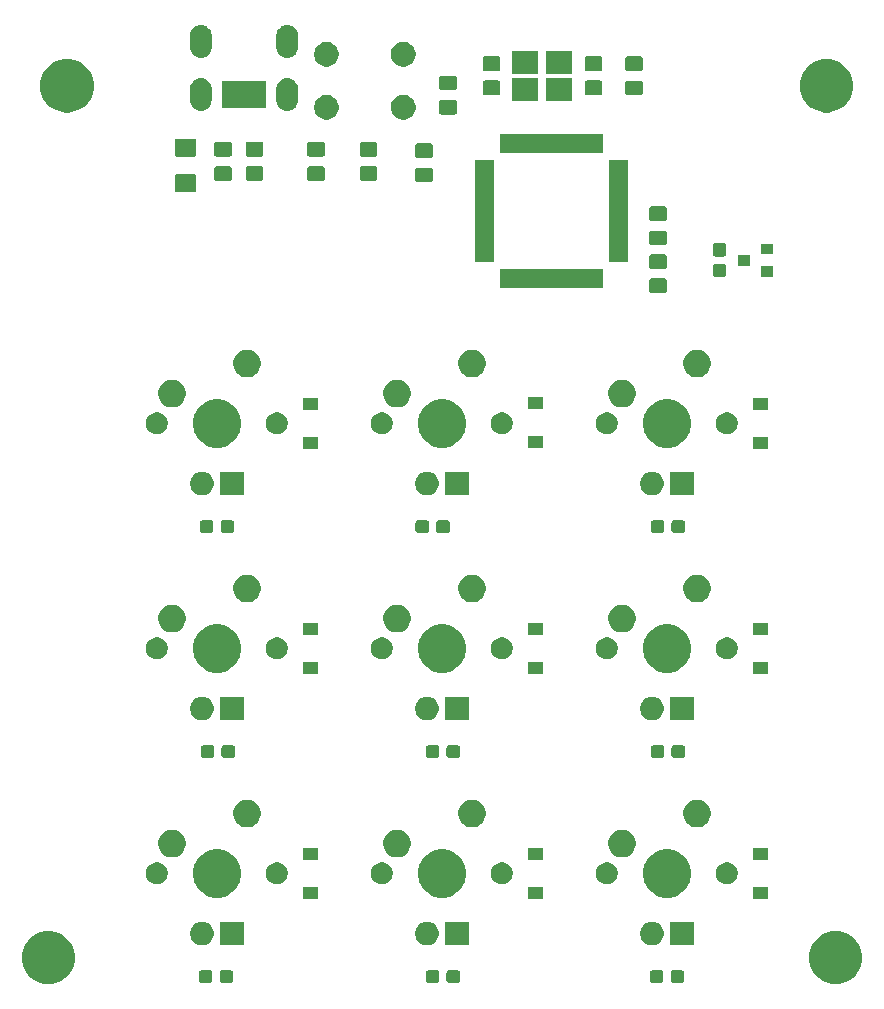
<source format=gbs>
G04 #@! TF.GenerationSoftware,KiCad,Pcbnew,(5.1.4)-1*
G04 #@! TF.CreationDate,2019-10-28T00:07:01+02:00*
G04 #@! TF.ProjectId,Macroboard,4d616372-6f62-46f6-9172-642e6b696361,rev?*
G04 #@! TF.SameCoordinates,Original*
G04 #@! TF.FileFunction,Soldermask,Bot*
G04 #@! TF.FilePolarity,Negative*
%FSLAX46Y46*%
G04 Gerber Fmt 4.6, Leading zero omitted, Abs format (unit mm)*
G04 Created by KiCad (PCBNEW (5.1.4)-1) date 2019-10-28 00:07:01*
%MOMM*%
%LPD*%
G04 APERTURE LIST*
%ADD10C,0.100000*%
G04 APERTURE END LIST*
D10*
G36*
X271738380Y-140634776D02*
G01*
X272119093Y-140710504D01*
X272528749Y-140880189D01*
X272897429Y-141126534D01*
X273210966Y-141440071D01*
X273457311Y-141808751D01*
X273626996Y-142218407D01*
X273713500Y-142653296D01*
X273713500Y-143096704D01*
X273626996Y-143531593D01*
X273457311Y-143941249D01*
X273210966Y-144309929D01*
X272897429Y-144623466D01*
X272528749Y-144869811D01*
X272119093Y-145039496D01*
X271738380Y-145115224D01*
X271684205Y-145126000D01*
X271240795Y-145126000D01*
X271186620Y-145115224D01*
X270805907Y-145039496D01*
X270396251Y-144869811D01*
X270027571Y-144623466D01*
X269714034Y-144309929D01*
X269467689Y-143941249D01*
X269298004Y-143531593D01*
X269211500Y-143096704D01*
X269211500Y-142653296D01*
X269298004Y-142218407D01*
X269467689Y-141808751D01*
X269714034Y-141440071D01*
X270027571Y-141126534D01*
X270396251Y-140880189D01*
X270805907Y-140710504D01*
X271186620Y-140634776D01*
X271240795Y-140624000D01*
X271684205Y-140624000D01*
X271738380Y-140634776D01*
X271738380Y-140634776D01*
G37*
G36*
X205063380Y-140634776D02*
G01*
X205444093Y-140710504D01*
X205853749Y-140880189D01*
X206222429Y-141126534D01*
X206535966Y-141440071D01*
X206782311Y-141808751D01*
X206951996Y-142218407D01*
X207038500Y-142653296D01*
X207038500Y-143096704D01*
X206951996Y-143531593D01*
X206782311Y-143941249D01*
X206535966Y-144309929D01*
X206222429Y-144623466D01*
X205853749Y-144869811D01*
X205444093Y-145039496D01*
X205063380Y-145115224D01*
X205009205Y-145126000D01*
X204565795Y-145126000D01*
X204511620Y-145115224D01*
X204130907Y-145039496D01*
X203721251Y-144869811D01*
X203352571Y-144623466D01*
X203039034Y-144309929D01*
X202792689Y-143941249D01*
X202623004Y-143531593D01*
X202536500Y-143096704D01*
X202536500Y-142653296D01*
X202623004Y-142218407D01*
X202792689Y-141808751D01*
X203039034Y-141440071D01*
X203352571Y-141126534D01*
X203721251Y-140880189D01*
X204130907Y-140710504D01*
X204511620Y-140634776D01*
X204565795Y-140624000D01*
X205009205Y-140624000D01*
X205063380Y-140634776D01*
X205063380Y-140634776D01*
G37*
G36*
X237745749Y-143940945D02*
G01*
X237783245Y-143952320D01*
X237817804Y-143970792D01*
X237848097Y-143995653D01*
X237872958Y-144025946D01*
X237891430Y-144060505D01*
X237902805Y-144098001D01*
X237907250Y-144143138D01*
X237907250Y-144781862D01*
X237902805Y-144826999D01*
X237891430Y-144864495D01*
X237872958Y-144899054D01*
X237848097Y-144929347D01*
X237817804Y-144954208D01*
X237783245Y-144972680D01*
X237745749Y-144984055D01*
X237700612Y-144988500D01*
X236961888Y-144988500D01*
X236916751Y-144984055D01*
X236879255Y-144972680D01*
X236844696Y-144954208D01*
X236814403Y-144929347D01*
X236789542Y-144899054D01*
X236771070Y-144864495D01*
X236759695Y-144826999D01*
X236755250Y-144781862D01*
X236755250Y-144143138D01*
X236759695Y-144098001D01*
X236771070Y-144060505D01*
X236789542Y-144025946D01*
X236814403Y-143995653D01*
X236844696Y-143970792D01*
X236879255Y-143952320D01*
X236916751Y-143940945D01*
X236961888Y-143936500D01*
X237700612Y-143936500D01*
X237745749Y-143940945D01*
X237745749Y-143940945D01*
G37*
G36*
X239495749Y-143940945D02*
G01*
X239533245Y-143952320D01*
X239567804Y-143970792D01*
X239598097Y-143995653D01*
X239622958Y-144025946D01*
X239641430Y-144060505D01*
X239652805Y-144098001D01*
X239657250Y-144143138D01*
X239657250Y-144781862D01*
X239652805Y-144826999D01*
X239641430Y-144864495D01*
X239622958Y-144899054D01*
X239598097Y-144929347D01*
X239567804Y-144954208D01*
X239533245Y-144972680D01*
X239495749Y-144984055D01*
X239450612Y-144988500D01*
X238711888Y-144988500D01*
X238666751Y-144984055D01*
X238629255Y-144972680D01*
X238594696Y-144954208D01*
X238564403Y-144929347D01*
X238539542Y-144899054D01*
X238521070Y-144864495D01*
X238509695Y-144826999D01*
X238505250Y-144781862D01*
X238505250Y-144143138D01*
X238509695Y-144098001D01*
X238521070Y-144060505D01*
X238539542Y-144025946D01*
X238564403Y-143995653D01*
X238594696Y-143970792D01*
X238629255Y-143952320D01*
X238666751Y-143940945D01*
X238711888Y-143936500D01*
X239450612Y-143936500D01*
X239495749Y-143940945D01*
X239495749Y-143940945D01*
G37*
G36*
X258464499Y-143940945D02*
G01*
X258501995Y-143952320D01*
X258536554Y-143970792D01*
X258566847Y-143995653D01*
X258591708Y-144025946D01*
X258610180Y-144060505D01*
X258621555Y-144098001D01*
X258626000Y-144143138D01*
X258626000Y-144781862D01*
X258621555Y-144826999D01*
X258610180Y-144864495D01*
X258591708Y-144899054D01*
X258566847Y-144929347D01*
X258536554Y-144954208D01*
X258501995Y-144972680D01*
X258464499Y-144984055D01*
X258419362Y-144988500D01*
X257680638Y-144988500D01*
X257635501Y-144984055D01*
X257598005Y-144972680D01*
X257563446Y-144954208D01*
X257533153Y-144929347D01*
X257508292Y-144899054D01*
X257489820Y-144864495D01*
X257478445Y-144826999D01*
X257474000Y-144781862D01*
X257474000Y-144143138D01*
X257478445Y-144098001D01*
X257489820Y-144060505D01*
X257508292Y-144025946D01*
X257533153Y-143995653D01*
X257563446Y-143970792D01*
X257598005Y-143952320D01*
X257635501Y-143940945D01*
X257680638Y-143936500D01*
X258419362Y-143936500D01*
X258464499Y-143940945D01*
X258464499Y-143940945D01*
G37*
G36*
X256714499Y-143940945D02*
G01*
X256751995Y-143952320D01*
X256786554Y-143970792D01*
X256816847Y-143995653D01*
X256841708Y-144025946D01*
X256860180Y-144060505D01*
X256871555Y-144098001D01*
X256876000Y-144143138D01*
X256876000Y-144781862D01*
X256871555Y-144826999D01*
X256860180Y-144864495D01*
X256841708Y-144899054D01*
X256816847Y-144929347D01*
X256786554Y-144954208D01*
X256751995Y-144972680D01*
X256714499Y-144984055D01*
X256669362Y-144988500D01*
X255930638Y-144988500D01*
X255885501Y-144984055D01*
X255848005Y-144972680D01*
X255813446Y-144954208D01*
X255783153Y-144929347D01*
X255758292Y-144899054D01*
X255739820Y-144864495D01*
X255728445Y-144826999D01*
X255724000Y-144781862D01*
X255724000Y-144143138D01*
X255728445Y-144098001D01*
X255739820Y-144060505D01*
X255758292Y-144025946D01*
X255783153Y-143995653D01*
X255813446Y-143970792D01*
X255848005Y-143952320D01*
X255885501Y-143940945D01*
X255930638Y-143936500D01*
X256669362Y-143936500D01*
X256714499Y-143940945D01*
X256714499Y-143940945D01*
G37*
G36*
X218533249Y-143940945D02*
G01*
X218570745Y-143952320D01*
X218605304Y-143970792D01*
X218635597Y-143995653D01*
X218660458Y-144025946D01*
X218678930Y-144060505D01*
X218690305Y-144098001D01*
X218694750Y-144143138D01*
X218694750Y-144781862D01*
X218690305Y-144826999D01*
X218678930Y-144864495D01*
X218660458Y-144899054D01*
X218635597Y-144929347D01*
X218605304Y-144954208D01*
X218570745Y-144972680D01*
X218533249Y-144984055D01*
X218488112Y-144988500D01*
X217749388Y-144988500D01*
X217704251Y-144984055D01*
X217666755Y-144972680D01*
X217632196Y-144954208D01*
X217601903Y-144929347D01*
X217577042Y-144899054D01*
X217558570Y-144864495D01*
X217547195Y-144826999D01*
X217542750Y-144781862D01*
X217542750Y-144143138D01*
X217547195Y-144098001D01*
X217558570Y-144060505D01*
X217577042Y-144025946D01*
X217601903Y-143995653D01*
X217632196Y-143970792D01*
X217666755Y-143952320D01*
X217704251Y-143940945D01*
X217749388Y-143936500D01*
X218488112Y-143936500D01*
X218533249Y-143940945D01*
X218533249Y-143940945D01*
G37*
G36*
X220283249Y-143940945D02*
G01*
X220320745Y-143952320D01*
X220355304Y-143970792D01*
X220385597Y-143995653D01*
X220410458Y-144025946D01*
X220428930Y-144060505D01*
X220440305Y-144098001D01*
X220444750Y-144143138D01*
X220444750Y-144781862D01*
X220440305Y-144826999D01*
X220428930Y-144864495D01*
X220410458Y-144899054D01*
X220385597Y-144929347D01*
X220355304Y-144954208D01*
X220320745Y-144972680D01*
X220283249Y-144984055D01*
X220238112Y-144988500D01*
X219499388Y-144988500D01*
X219454251Y-144984055D01*
X219416755Y-144972680D01*
X219382196Y-144954208D01*
X219351903Y-144929347D01*
X219327042Y-144899054D01*
X219308570Y-144864495D01*
X219297195Y-144826999D01*
X219292750Y-144781862D01*
X219292750Y-144143138D01*
X219297195Y-144098001D01*
X219308570Y-144060505D01*
X219327042Y-144025946D01*
X219351903Y-143995653D01*
X219382196Y-143970792D01*
X219416755Y-143952320D01*
X219454251Y-143940945D01*
X219499388Y-143936500D01*
X220238112Y-143936500D01*
X220283249Y-143940945D01*
X220283249Y-143940945D01*
G37*
G36*
X259448500Y-141814750D02*
G01*
X257441500Y-141814750D01*
X257441500Y-139807750D01*
X259448500Y-139807750D01*
X259448500Y-141814750D01*
X259448500Y-141814750D01*
G37*
G36*
X236981425Y-139813238D02*
G01*
X237147710Y-139846313D01*
X237330336Y-139921959D01*
X237494694Y-140031780D01*
X237634470Y-140171556D01*
X237744291Y-140335914D01*
X237819937Y-140518540D01*
X237853012Y-140684825D01*
X237858500Y-140712413D01*
X237858500Y-140910087D01*
X237853012Y-140937675D01*
X237819937Y-141103960D01*
X237744291Y-141286586D01*
X237634470Y-141450944D01*
X237494694Y-141590720D01*
X237330336Y-141700541D01*
X237147710Y-141776187D01*
X236983996Y-141808751D01*
X236953837Y-141814750D01*
X236756163Y-141814750D01*
X236726004Y-141808751D01*
X236562290Y-141776187D01*
X236379664Y-141700541D01*
X236215306Y-141590720D01*
X236075530Y-141450944D01*
X235965709Y-141286586D01*
X235890063Y-141103960D01*
X235856988Y-140937675D01*
X235851500Y-140910087D01*
X235851500Y-140712413D01*
X235856988Y-140684825D01*
X235890063Y-140518540D01*
X235965709Y-140335914D01*
X236075530Y-140171556D01*
X236215306Y-140031780D01*
X236379664Y-139921959D01*
X236562290Y-139846313D01*
X236728575Y-139813238D01*
X236756163Y-139807750D01*
X236953837Y-139807750D01*
X236981425Y-139813238D01*
X236981425Y-139813238D01*
G37*
G36*
X240398500Y-141814750D02*
G01*
X238391500Y-141814750D01*
X238391500Y-139807750D01*
X240398500Y-139807750D01*
X240398500Y-141814750D01*
X240398500Y-141814750D01*
G37*
G36*
X256031425Y-139813238D02*
G01*
X256197710Y-139846313D01*
X256380336Y-139921959D01*
X256544694Y-140031780D01*
X256684470Y-140171556D01*
X256794291Y-140335914D01*
X256869937Y-140518540D01*
X256903012Y-140684825D01*
X256908500Y-140712413D01*
X256908500Y-140910087D01*
X256903012Y-140937675D01*
X256869937Y-141103960D01*
X256794291Y-141286586D01*
X256684470Y-141450944D01*
X256544694Y-141590720D01*
X256380336Y-141700541D01*
X256197710Y-141776187D01*
X256033996Y-141808751D01*
X256003837Y-141814750D01*
X255806163Y-141814750D01*
X255776004Y-141808751D01*
X255612290Y-141776187D01*
X255429664Y-141700541D01*
X255265306Y-141590720D01*
X255125530Y-141450944D01*
X255015709Y-141286586D01*
X254940063Y-141103960D01*
X254906988Y-140937675D01*
X254901500Y-140910087D01*
X254901500Y-140712413D01*
X254906988Y-140684825D01*
X254940063Y-140518540D01*
X255015709Y-140335914D01*
X255125530Y-140171556D01*
X255265306Y-140031780D01*
X255429664Y-139921959D01*
X255612290Y-139846313D01*
X255778575Y-139813238D01*
X255806163Y-139807750D01*
X256003837Y-139807750D01*
X256031425Y-139813238D01*
X256031425Y-139813238D01*
G37*
G36*
X217931425Y-139813238D02*
G01*
X218097710Y-139846313D01*
X218280336Y-139921959D01*
X218444694Y-140031780D01*
X218584470Y-140171556D01*
X218694291Y-140335914D01*
X218769937Y-140518540D01*
X218803012Y-140684825D01*
X218808500Y-140712413D01*
X218808500Y-140910087D01*
X218803012Y-140937675D01*
X218769937Y-141103960D01*
X218694291Y-141286586D01*
X218584470Y-141450944D01*
X218444694Y-141590720D01*
X218280336Y-141700541D01*
X218097710Y-141776187D01*
X217933996Y-141808751D01*
X217903837Y-141814750D01*
X217706163Y-141814750D01*
X217676004Y-141808751D01*
X217512290Y-141776187D01*
X217329664Y-141700541D01*
X217165306Y-141590720D01*
X217025530Y-141450944D01*
X216915709Y-141286586D01*
X216840063Y-141103960D01*
X216806988Y-140937675D01*
X216801500Y-140910087D01*
X216801500Y-140712413D01*
X216806988Y-140684825D01*
X216840063Y-140518540D01*
X216915709Y-140335914D01*
X217025530Y-140171556D01*
X217165306Y-140031780D01*
X217329664Y-139921959D01*
X217512290Y-139846313D01*
X217678575Y-139813238D01*
X217706163Y-139807750D01*
X217903837Y-139807750D01*
X217931425Y-139813238D01*
X217931425Y-139813238D01*
G37*
G36*
X221348500Y-141814750D02*
G01*
X219341500Y-141814750D01*
X219341500Y-139807750D01*
X221348500Y-139807750D01*
X221348500Y-141814750D01*
X221348500Y-141814750D01*
G37*
G36*
X265763500Y-137882250D02*
G01*
X264461500Y-137882250D01*
X264461500Y-136880250D01*
X265763500Y-136880250D01*
X265763500Y-137882250D01*
X265763500Y-137882250D01*
G37*
G36*
X227663500Y-137882250D02*
G01*
X226361500Y-137882250D01*
X226361500Y-136880250D01*
X227663500Y-136880250D01*
X227663500Y-137882250D01*
X227663500Y-137882250D01*
G37*
G36*
X246713500Y-137882250D02*
G01*
X245411500Y-137882250D01*
X245411500Y-136880250D01*
X246713500Y-136880250D01*
X246713500Y-137882250D01*
X246713500Y-137882250D01*
G37*
G36*
X257771474Y-133764934D02*
G01*
X257989474Y-133855233D01*
X258143623Y-133919083D01*
X258478548Y-134142873D01*
X258763377Y-134427702D01*
X258987167Y-134762627D01*
X259019562Y-134840836D01*
X259141316Y-135134776D01*
X259219900Y-135529844D01*
X259219900Y-135932656D01*
X259141316Y-136327724D01*
X259090451Y-136450522D01*
X258987167Y-136699873D01*
X258763377Y-137034798D01*
X258478548Y-137319627D01*
X258143623Y-137543417D01*
X257989474Y-137607267D01*
X257771474Y-137697566D01*
X257376406Y-137776150D01*
X256973594Y-137776150D01*
X256578526Y-137697566D01*
X256360526Y-137607267D01*
X256206377Y-137543417D01*
X255871452Y-137319627D01*
X255586623Y-137034798D01*
X255362833Y-136699873D01*
X255259549Y-136450522D01*
X255208684Y-136327724D01*
X255130100Y-135932656D01*
X255130100Y-135529844D01*
X255208684Y-135134776D01*
X255330438Y-134840836D01*
X255362833Y-134762627D01*
X255586623Y-134427702D01*
X255871452Y-134142873D01*
X256206377Y-133919083D01*
X256360526Y-133855233D01*
X256578526Y-133764934D01*
X256973594Y-133686350D01*
X257376406Y-133686350D01*
X257771474Y-133764934D01*
X257771474Y-133764934D01*
G37*
G36*
X219671474Y-133764934D02*
G01*
X219889474Y-133855233D01*
X220043623Y-133919083D01*
X220378548Y-134142873D01*
X220663377Y-134427702D01*
X220887167Y-134762627D01*
X220919562Y-134840836D01*
X221041316Y-135134776D01*
X221119900Y-135529844D01*
X221119900Y-135932656D01*
X221041316Y-136327724D01*
X220990451Y-136450522D01*
X220887167Y-136699873D01*
X220663377Y-137034798D01*
X220378548Y-137319627D01*
X220043623Y-137543417D01*
X219889474Y-137607267D01*
X219671474Y-137697566D01*
X219276406Y-137776150D01*
X218873594Y-137776150D01*
X218478526Y-137697566D01*
X218260526Y-137607267D01*
X218106377Y-137543417D01*
X217771452Y-137319627D01*
X217486623Y-137034798D01*
X217262833Y-136699873D01*
X217159549Y-136450522D01*
X217108684Y-136327724D01*
X217030100Y-135932656D01*
X217030100Y-135529844D01*
X217108684Y-135134776D01*
X217230438Y-134840836D01*
X217262833Y-134762627D01*
X217486623Y-134427702D01*
X217771452Y-134142873D01*
X218106377Y-133919083D01*
X218260526Y-133855233D01*
X218478526Y-133764934D01*
X218873594Y-133686350D01*
X219276406Y-133686350D01*
X219671474Y-133764934D01*
X219671474Y-133764934D01*
G37*
G36*
X238721474Y-133764934D02*
G01*
X238939474Y-133855233D01*
X239093623Y-133919083D01*
X239428548Y-134142873D01*
X239713377Y-134427702D01*
X239937167Y-134762627D01*
X239969562Y-134840836D01*
X240091316Y-135134776D01*
X240169900Y-135529844D01*
X240169900Y-135932656D01*
X240091316Y-136327724D01*
X240040451Y-136450522D01*
X239937167Y-136699873D01*
X239713377Y-137034798D01*
X239428548Y-137319627D01*
X239093623Y-137543417D01*
X238939474Y-137607267D01*
X238721474Y-137697566D01*
X238326406Y-137776150D01*
X237923594Y-137776150D01*
X237528526Y-137697566D01*
X237310526Y-137607267D01*
X237156377Y-137543417D01*
X236821452Y-137319627D01*
X236536623Y-137034798D01*
X236312833Y-136699873D01*
X236209549Y-136450522D01*
X236158684Y-136327724D01*
X236080100Y-135932656D01*
X236080100Y-135529844D01*
X236158684Y-135134776D01*
X236280438Y-134840836D01*
X236312833Y-134762627D01*
X236536623Y-134427702D01*
X236821452Y-134142873D01*
X237156377Y-133919083D01*
X237310526Y-133855233D01*
X237528526Y-133764934D01*
X237923594Y-133686350D01*
X238326406Y-133686350D01*
X238721474Y-133764934D01*
X238721474Y-133764934D01*
G37*
G36*
X252365104Y-134840835D02*
G01*
X252533626Y-134910639D01*
X252685291Y-135011978D01*
X252814272Y-135140959D01*
X252915611Y-135292624D01*
X252985415Y-135461146D01*
X253021000Y-135640047D01*
X253021000Y-135822453D01*
X252985415Y-136001354D01*
X252915611Y-136169876D01*
X252814272Y-136321541D01*
X252685291Y-136450522D01*
X252533626Y-136551861D01*
X252365104Y-136621665D01*
X252186203Y-136657250D01*
X252003797Y-136657250D01*
X251824896Y-136621665D01*
X251656374Y-136551861D01*
X251504709Y-136450522D01*
X251375728Y-136321541D01*
X251274389Y-136169876D01*
X251204585Y-136001354D01*
X251169000Y-135822453D01*
X251169000Y-135640047D01*
X251204585Y-135461146D01*
X251274389Y-135292624D01*
X251375728Y-135140959D01*
X251504709Y-135011978D01*
X251656374Y-134910639D01*
X251824896Y-134840835D01*
X252003797Y-134805250D01*
X252186203Y-134805250D01*
X252365104Y-134840835D01*
X252365104Y-134840835D01*
G37*
G36*
X224425104Y-134840835D02*
G01*
X224593626Y-134910639D01*
X224745291Y-135011978D01*
X224874272Y-135140959D01*
X224975611Y-135292624D01*
X225045415Y-135461146D01*
X225081000Y-135640047D01*
X225081000Y-135822453D01*
X225045415Y-136001354D01*
X224975611Y-136169876D01*
X224874272Y-136321541D01*
X224745291Y-136450522D01*
X224593626Y-136551861D01*
X224425104Y-136621665D01*
X224246203Y-136657250D01*
X224063797Y-136657250D01*
X223884896Y-136621665D01*
X223716374Y-136551861D01*
X223564709Y-136450522D01*
X223435728Y-136321541D01*
X223334389Y-136169876D01*
X223264585Y-136001354D01*
X223229000Y-135822453D01*
X223229000Y-135640047D01*
X223264585Y-135461146D01*
X223334389Y-135292624D01*
X223435728Y-135140959D01*
X223564709Y-135011978D01*
X223716374Y-134910639D01*
X223884896Y-134840835D01*
X224063797Y-134805250D01*
X224246203Y-134805250D01*
X224425104Y-134840835D01*
X224425104Y-134840835D01*
G37*
G36*
X214265104Y-134840835D02*
G01*
X214433626Y-134910639D01*
X214585291Y-135011978D01*
X214714272Y-135140959D01*
X214815611Y-135292624D01*
X214885415Y-135461146D01*
X214921000Y-135640047D01*
X214921000Y-135822453D01*
X214885415Y-136001354D01*
X214815611Y-136169876D01*
X214714272Y-136321541D01*
X214585291Y-136450522D01*
X214433626Y-136551861D01*
X214265104Y-136621665D01*
X214086203Y-136657250D01*
X213903797Y-136657250D01*
X213724896Y-136621665D01*
X213556374Y-136551861D01*
X213404709Y-136450522D01*
X213275728Y-136321541D01*
X213174389Y-136169876D01*
X213104585Y-136001354D01*
X213069000Y-135822453D01*
X213069000Y-135640047D01*
X213104585Y-135461146D01*
X213174389Y-135292624D01*
X213275728Y-135140959D01*
X213404709Y-135011978D01*
X213556374Y-134910639D01*
X213724896Y-134840835D01*
X213903797Y-134805250D01*
X214086203Y-134805250D01*
X214265104Y-134840835D01*
X214265104Y-134840835D01*
G37*
G36*
X233315104Y-134840835D02*
G01*
X233483626Y-134910639D01*
X233635291Y-135011978D01*
X233764272Y-135140959D01*
X233865611Y-135292624D01*
X233935415Y-135461146D01*
X233971000Y-135640047D01*
X233971000Y-135822453D01*
X233935415Y-136001354D01*
X233865611Y-136169876D01*
X233764272Y-136321541D01*
X233635291Y-136450522D01*
X233483626Y-136551861D01*
X233315104Y-136621665D01*
X233136203Y-136657250D01*
X232953797Y-136657250D01*
X232774896Y-136621665D01*
X232606374Y-136551861D01*
X232454709Y-136450522D01*
X232325728Y-136321541D01*
X232224389Y-136169876D01*
X232154585Y-136001354D01*
X232119000Y-135822453D01*
X232119000Y-135640047D01*
X232154585Y-135461146D01*
X232224389Y-135292624D01*
X232325728Y-135140959D01*
X232454709Y-135011978D01*
X232606374Y-134910639D01*
X232774896Y-134840835D01*
X232953797Y-134805250D01*
X233136203Y-134805250D01*
X233315104Y-134840835D01*
X233315104Y-134840835D01*
G37*
G36*
X243475104Y-134840835D02*
G01*
X243643626Y-134910639D01*
X243795291Y-135011978D01*
X243924272Y-135140959D01*
X244025611Y-135292624D01*
X244095415Y-135461146D01*
X244131000Y-135640047D01*
X244131000Y-135822453D01*
X244095415Y-136001354D01*
X244025611Y-136169876D01*
X243924272Y-136321541D01*
X243795291Y-136450522D01*
X243643626Y-136551861D01*
X243475104Y-136621665D01*
X243296203Y-136657250D01*
X243113797Y-136657250D01*
X242934896Y-136621665D01*
X242766374Y-136551861D01*
X242614709Y-136450522D01*
X242485728Y-136321541D01*
X242384389Y-136169876D01*
X242314585Y-136001354D01*
X242279000Y-135822453D01*
X242279000Y-135640047D01*
X242314585Y-135461146D01*
X242384389Y-135292624D01*
X242485728Y-135140959D01*
X242614709Y-135011978D01*
X242766374Y-134910639D01*
X242934896Y-134840835D01*
X243113797Y-134805250D01*
X243296203Y-134805250D01*
X243475104Y-134840835D01*
X243475104Y-134840835D01*
G37*
G36*
X262525104Y-134840835D02*
G01*
X262693626Y-134910639D01*
X262845291Y-135011978D01*
X262974272Y-135140959D01*
X263075611Y-135292624D01*
X263145415Y-135461146D01*
X263181000Y-135640047D01*
X263181000Y-135822453D01*
X263145415Y-136001354D01*
X263075611Y-136169876D01*
X262974272Y-136321541D01*
X262845291Y-136450522D01*
X262693626Y-136551861D01*
X262525104Y-136621665D01*
X262346203Y-136657250D01*
X262163797Y-136657250D01*
X261984896Y-136621665D01*
X261816374Y-136551861D01*
X261664709Y-136450522D01*
X261535728Y-136321541D01*
X261434389Y-136169876D01*
X261364585Y-136001354D01*
X261329000Y-135822453D01*
X261329000Y-135640047D01*
X261364585Y-135461146D01*
X261434389Y-135292624D01*
X261535728Y-135140959D01*
X261664709Y-135011978D01*
X261816374Y-134910639D01*
X261984896Y-134840835D01*
X262163797Y-134805250D01*
X262346203Y-134805250D01*
X262525104Y-134840835D01*
X262525104Y-134840835D01*
G37*
G36*
X265763500Y-134582250D02*
G01*
X264461500Y-134582250D01*
X264461500Y-133580250D01*
X265763500Y-133580250D01*
X265763500Y-134582250D01*
X265763500Y-134582250D01*
G37*
G36*
X227663500Y-134582250D02*
G01*
X226361500Y-134582250D01*
X226361500Y-133580250D01*
X227663500Y-133580250D01*
X227663500Y-134582250D01*
X227663500Y-134582250D01*
G37*
G36*
X246713500Y-134582250D02*
G01*
X245411500Y-134582250D01*
X245411500Y-133580250D01*
X246713500Y-133580250D01*
X246713500Y-134582250D01*
X246713500Y-134582250D01*
G37*
G36*
X253556560Y-132030314D02*
G01*
X253708027Y-132060443D01*
X253922045Y-132149092D01*
X253922046Y-132149093D01*
X254114654Y-132277789D01*
X254278461Y-132441596D01*
X254364258Y-132570001D01*
X254407158Y-132634205D01*
X254495807Y-132848223D01*
X254541000Y-133075424D01*
X254541000Y-133307076D01*
X254495807Y-133534277D01*
X254407158Y-133748295D01*
X254407157Y-133748296D01*
X254278461Y-133940904D01*
X254114654Y-134104711D01*
X254057540Y-134142873D01*
X253922045Y-134233408D01*
X253708027Y-134322057D01*
X253556560Y-134352186D01*
X253480827Y-134367250D01*
X253249173Y-134367250D01*
X253173440Y-134352186D01*
X253021973Y-134322057D01*
X252807955Y-134233408D01*
X252672460Y-134142873D01*
X252615346Y-134104711D01*
X252451539Y-133940904D01*
X252322843Y-133748296D01*
X252322842Y-133748295D01*
X252234193Y-133534277D01*
X252189000Y-133307076D01*
X252189000Y-133075424D01*
X252234193Y-132848223D01*
X252322842Y-132634205D01*
X252365742Y-132570001D01*
X252451539Y-132441596D01*
X252615346Y-132277789D01*
X252807954Y-132149093D01*
X252807955Y-132149092D01*
X253021973Y-132060443D01*
X253173440Y-132030314D01*
X253249173Y-132015250D01*
X253480827Y-132015250D01*
X253556560Y-132030314D01*
X253556560Y-132030314D01*
G37*
G36*
X215456560Y-132030314D02*
G01*
X215608027Y-132060443D01*
X215822045Y-132149092D01*
X215822046Y-132149093D01*
X216014654Y-132277789D01*
X216178461Y-132441596D01*
X216264258Y-132570001D01*
X216307158Y-132634205D01*
X216395807Y-132848223D01*
X216441000Y-133075424D01*
X216441000Y-133307076D01*
X216395807Y-133534277D01*
X216307158Y-133748295D01*
X216307157Y-133748296D01*
X216178461Y-133940904D01*
X216014654Y-134104711D01*
X215957540Y-134142873D01*
X215822045Y-134233408D01*
X215608027Y-134322057D01*
X215456560Y-134352186D01*
X215380827Y-134367250D01*
X215149173Y-134367250D01*
X215073440Y-134352186D01*
X214921973Y-134322057D01*
X214707955Y-134233408D01*
X214572460Y-134142873D01*
X214515346Y-134104711D01*
X214351539Y-133940904D01*
X214222843Y-133748296D01*
X214222842Y-133748295D01*
X214134193Y-133534277D01*
X214089000Y-133307076D01*
X214089000Y-133075424D01*
X214134193Y-132848223D01*
X214222842Y-132634205D01*
X214265742Y-132570001D01*
X214351539Y-132441596D01*
X214515346Y-132277789D01*
X214707954Y-132149093D01*
X214707955Y-132149092D01*
X214921973Y-132060443D01*
X215073440Y-132030314D01*
X215149173Y-132015250D01*
X215380827Y-132015250D01*
X215456560Y-132030314D01*
X215456560Y-132030314D01*
G37*
G36*
X234506560Y-132030314D02*
G01*
X234658027Y-132060443D01*
X234872045Y-132149092D01*
X234872046Y-132149093D01*
X235064654Y-132277789D01*
X235228461Y-132441596D01*
X235314258Y-132570001D01*
X235357158Y-132634205D01*
X235445807Y-132848223D01*
X235491000Y-133075424D01*
X235491000Y-133307076D01*
X235445807Y-133534277D01*
X235357158Y-133748295D01*
X235357157Y-133748296D01*
X235228461Y-133940904D01*
X235064654Y-134104711D01*
X235007540Y-134142873D01*
X234872045Y-134233408D01*
X234658027Y-134322057D01*
X234506560Y-134352186D01*
X234430827Y-134367250D01*
X234199173Y-134367250D01*
X234123440Y-134352186D01*
X233971973Y-134322057D01*
X233757955Y-134233408D01*
X233622460Y-134142873D01*
X233565346Y-134104711D01*
X233401539Y-133940904D01*
X233272843Y-133748296D01*
X233272842Y-133748295D01*
X233184193Y-133534277D01*
X233139000Y-133307076D01*
X233139000Y-133075424D01*
X233184193Y-132848223D01*
X233272842Y-132634205D01*
X233315742Y-132570001D01*
X233401539Y-132441596D01*
X233565346Y-132277789D01*
X233757954Y-132149093D01*
X233757955Y-132149092D01*
X233971973Y-132060443D01*
X234123440Y-132030314D01*
X234199173Y-132015250D01*
X234430827Y-132015250D01*
X234506560Y-132030314D01*
X234506560Y-132030314D01*
G37*
G36*
X221806560Y-129490314D02*
G01*
X221958027Y-129520443D01*
X222172045Y-129609092D01*
X222172046Y-129609093D01*
X222364654Y-129737789D01*
X222528461Y-129901596D01*
X222614258Y-130030001D01*
X222657158Y-130094205D01*
X222745807Y-130308223D01*
X222791000Y-130535424D01*
X222791000Y-130767076D01*
X222745807Y-130994277D01*
X222657158Y-131208295D01*
X222657157Y-131208296D01*
X222528461Y-131400904D01*
X222364654Y-131564711D01*
X222236249Y-131650508D01*
X222172045Y-131693408D01*
X221958027Y-131782057D01*
X221806560Y-131812186D01*
X221730827Y-131827250D01*
X221499173Y-131827250D01*
X221423440Y-131812186D01*
X221271973Y-131782057D01*
X221057955Y-131693408D01*
X220993751Y-131650508D01*
X220865346Y-131564711D01*
X220701539Y-131400904D01*
X220572843Y-131208296D01*
X220572842Y-131208295D01*
X220484193Y-130994277D01*
X220439000Y-130767076D01*
X220439000Y-130535424D01*
X220484193Y-130308223D01*
X220572842Y-130094205D01*
X220615742Y-130030001D01*
X220701539Y-129901596D01*
X220865346Y-129737789D01*
X221057954Y-129609093D01*
X221057955Y-129609092D01*
X221271973Y-129520443D01*
X221423440Y-129490314D01*
X221499173Y-129475250D01*
X221730827Y-129475250D01*
X221806560Y-129490314D01*
X221806560Y-129490314D01*
G37*
G36*
X240856560Y-129490314D02*
G01*
X241008027Y-129520443D01*
X241222045Y-129609092D01*
X241222046Y-129609093D01*
X241414654Y-129737789D01*
X241578461Y-129901596D01*
X241664258Y-130030001D01*
X241707158Y-130094205D01*
X241795807Y-130308223D01*
X241841000Y-130535424D01*
X241841000Y-130767076D01*
X241795807Y-130994277D01*
X241707158Y-131208295D01*
X241707157Y-131208296D01*
X241578461Y-131400904D01*
X241414654Y-131564711D01*
X241286249Y-131650508D01*
X241222045Y-131693408D01*
X241008027Y-131782057D01*
X240856560Y-131812186D01*
X240780827Y-131827250D01*
X240549173Y-131827250D01*
X240473440Y-131812186D01*
X240321973Y-131782057D01*
X240107955Y-131693408D01*
X240043751Y-131650508D01*
X239915346Y-131564711D01*
X239751539Y-131400904D01*
X239622843Y-131208296D01*
X239622842Y-131208295D01*
X239534193Y-130994277D01*
X239489000Y-130767076D01*
X239489000Y-130535424D01*
X239534193Y-130308223D01*
X239622842Y-130094205D01*
X239665742Y-130030001D01*
X239751539Y-129901596D01*
X239915346Y-129737789D01*
X240107954Y-129609093D01*
X240107955Y-129609092D01*
X240321973Y-129520443D01*
X240473440Y-129490314D01*
X240549173Y-129475250D01*
X240780827Y-129475250D01*
X240856560Y-129490314D01*
X240856560Y-129490314D01*
G37*
G36*
X259906560Y-129490314D02*
G01*
X260058027Y-129520443D01*
X260272045Y-129609092D01*
X260272046Y-129609093D01*
X260464654Y-129737789D01*
X260628461Y-129901596D01*
X260714258Y-130030001D01*
X260757158Y-130094205D01*
X260845807Y-130308223D01*
X260891000Y-130535424D01*
X260891000Y-130767076D01*
X260845807Y-130994277D01*
X260757158Y-131208295D01*
X260757157Y-131208296D01*
X260628461Y-131400904D01*
X260464654Y-131564711D01*
X260336249Y-131650508D01*
X260272045Y-131693408D01*
X260058027Y-131782057D01*
X259906560Y-131812186D01*
X259830827Y-131827250D01*
X259599173Y-131827250D01*
X259523440Y-131812186D01*
X259371973Y-131782057D01*
X259157955Y-131693408D01*
X259093751Y-131650508D01*
X258965346Y-131564711D01*
X258801539Y-131400904D01*
X258672843Y-131208296D01*
X258672842Y-131208295D01*
X258584193Y-130994277D01*
X258539000Y-130767076D01*
X258539000Y-130535424D01*
X258584193Y-130308223D01*
X258672842Y-130094205D01*
X258715742Y-130030001D01*
X258801539Y-129901596D01*
X258965346Y-129737789D01*
X259157954Y-129609093D01*
X259157955Y-129609092D01*
X259371973Y-129520443D01*
X259523440Y-129490314D01*
X259599173Y-129475250D01*
X259830827Y-129475250D01*
X259906560Y-129490314D01*
X259906560Y-129490314D01*
G37*
G36*
X237745749Y-124890945D02*
G01*
X237783245Y-124902320D01*
X237817804Y-124920792D01*
X237848097Y-124945653D01*
X237872958Y-124975946D01*
X237891430Y-125010505D01*
X237902805Y-125048001D01*
X237907250Y-125093138D01*
X237907250Y-125731862D01*
X237902805Y-125776999D01*
X237891430Y-125814495D01*
X237872958Y-125849054D01*
X237848097Y-125879347D01*
X237817804Y-125904208D01*
X237783245Y-125922680D01*
X237745749Y-125934055D01*
X237700612Y-125938500D01*
X236961888Y-125938500D01*
X236916751Y-125934055D01*
X236879255Y-125922680D01*
X236844696Y-125904208D01*
X236814403Y-125879347D01*
X236789542Y-125849054D01*
X236771070Y-125814495D01*
X236759695Y-125776999D01*
X236755250Y-125731862D01*
X236755250Y-125093138D01*
X236759695Y-125048001D01*
X236771070Y-125010505D01*
X236789542Y-124975946D01*
X236814403Y-124945653D01*
X236844696Y-124920792D01*
X236879255Y-124902320D01*
X236916751Y-124890945D01*
X236961888Y-124886500D01*
X237700612Y-124886500D01*
X237745749Y-124890945D01*
X237745749Y-124890945D01*
G37*
G36*
X239495749Y-124890945D02*
G01*
X239533245Y-124902320D01*
X239567804Y-124920792D01*
X239598097Y-124945653D01*
X239622958Y-124975946D01*
X239641430Y-125010505D01*
X239652805Y-125048001D01*
X239657250Y-125093138D01*
X239657250Y-125731862D01*
X239652805Y-125776999D01*
X239641430Y-125814495D01*
X239622958Y-125849054D01*
X239598097Y-125879347D01*
X239567804Y-125904208D01*
X239533245Y-125922680D01*
X239495749Y-125934055D01*
X239450612Y-125938500D01*
X238711888Y-125938500D01*
X238666751Y-125934055D01*
X238629255Y-125922680D01*
X238594696Y-125904208D01*
X238564403Y-125879347D01*
X238539542Y-125849054D01*
X238521070Y-125814495D01*
X238509695Y-125776999D01*
X238505250Y-125731862D01*
X238505250Y-125093138D01*
X238509695Y-125048001D01*
X238521070Y-125010505D01*
X238539542Y-124975946D01*
X238564403Y-124945653D01*
X238594696Y-124920792D01*
X238629255Y-124902320D01*
X238666751Y-124890945D01*
X238711888Y-124886500D01*
X239450612Y-124886500D01*
X239495749Y-124890945D01*
X239495749Y-124890945D01*
G37*
G36*
X220445749Y-124890945D02*
G01*
X220483245Y-124902320D01*
X220517804Y-124920792D01*
X220548097Y-124945653D01*
X220572958Y-124975946D01*
X220591430Y-125010505D01*
X220602805Y-125048001D01*
X220607250Y-125093138D01*
X220607250Y-125731862D01*
X220602805Y-125776999D01*
X220591430Y-125814495D01*
X220572958Y-125849054D01*
X220548097Y-125879347D01*
X220517804Y-125904208D01*
X220483245Y-125922680D01*
X220445749Y-125934055D01*
X220400612Y-125938500D01*
X219661888Y-125938500D01*
X219616751Y-125934055D01*
X219579255Y-125922680D01*
X219544696Y-125904208D01*
X219514403Y-125879347D01*
X219489542Y-125849054D01*
X219471070Y-125814495D01*
X219459695Y-125776999D01*
X219455250Y-125731862D01*
X219455250Y-125093138D01*
X219459695Y-125048001D01*
X219471070Y-125010505D01*
X219489542Y-124975946D01*
X219514403Y-124945653D01*
X219544696Y-124920792D01*
X219579255Y-124902320D01*
X219616751Y-124890945D01*
X219661888Y-124886500D01*
X220400612Y-124886500D01*
X220445749Y-124890945D01*
X220445749Y-124890945D01*
G37*
G36*
X218695749Y-124890945D02*
G01*
X218733245Y-124902320D01*
X218767804Y-124920792D01*
X218798097Y-124945653D01*
X218822958Y-124975946D01*
X218841430Y-125010505D01*
X218852805Y-125048001D01*
X218857250Y-125093138D01*
X218857250Y-125731862D01*
X218852805Y-125776999D01*
X218841430Y-125814495D01*
X218822958Y-125849054D01*
X218798097Y-125879347D01*
X218767804Y-125904208D01*
X218733245Y-125922680D01*
X218695749Y-125934055D01*
X218650612Y-125938500D01*
X217911888Y-125938500D01*
X217866751Y-125934055D01*
X217829255Y-125922680D01*
X217794696Y-125904208D01*
X217764403Y-125879347D01*
X217739542Y-125849054D01*
X217721070Y-125814495D01*
X217709695Y-125776999D01*
X217705250Y-125731862D01*
X217705250Y-125093138D01*
X217709695Y-125048001D01*
X217721070Y-125010505D01*
X217739542Y-124975946D01*
X217764403Y-124945653D01*
X217794696Y-124920792D01*
X217829255Y-124902320D01*
X217866751Y-124890945D01*
X217911888Y-124886500D01*
X218650612Y-124886500D01*
X218695749Y-124890945D01*
X218695749Y-124890945D01*
G37*
G36*
X258545749Y-124890945D02*
G01*
X258583245Y-124902320D01*
X258617804Y-124920792D01*
X258648097Y-124945653D01*
X258672958Y-124975946D01*
X258691430Y-125010505D01*
X258702805Y-125048001D01*
X258707250Y-125093138D01*
X258707250Y-125731862D01*
X258702805Y-125776999D01*
X258691430Y-125814495D01*
X258672958Y-125849054D01*
X258648097Y-125879347D01*
X258617804Y-125904208D01*
X258583245Y-125922680D01*
X258545749Y-125934055D01*
X258500612Y-125938500D01*
X257761888Y-125938500D01*
X257716751Y-125934055D01*
X257679255Y-125922680D01*
X257644696Y-125904208D01*
X257614403Y-125879347D01*
X257589542Y-125849054D01*
X257571070Y-125814495D01*
X257559695Y-125776999D01*
X257555250Y-125731862D01*
X257555250Y-125093138D01*
X257559695Y-125048001D01*
X257571070Y-125010505D01*
X257589542Y-124975946D01*
X257614403Y-124945653D01*
X257644696Y-124920792D01*
X257679255Y-124902320D01*
X257716751Y-124890945D01*
X257761888Y-124886500D01*
X258500612Y-124886500D01*
X258545749Y-124890945D01*
X258545749Y-124890945D01*
G37*
G36*
X256795749Y-124890945D02*
G01*
X256833245Y-124902320D01*
X256867804Y-124920792D01*
X256898097Y-124945653D01*
X256922958Y-124975946D01*
X256941430Y-125010505D01*
X256952805Y-125048001D01*
X256957250Y-125093138D01*
X256957250Y-125731862D01*
X256952805Y-125776999D01*
X256941430Y-125814495D01*
X256922958Y-125849054D01*
X256898097Y-125879347D01*
X256867804Y-125904208D01*
X256833245Y-125922680D01*
X256795749Y-125934055D01*
X256750612Y-125938500D01*
X256011888Y-125938500D01*
X255966751Y-125934055D01*
X255929255Y-125922680D01*
X255894696Y-125904208D01*
X255864403Y-125879347D01*
X255839542Y-125849054D01*
X255821070Y-125814495D01*
X255809695Y-125776999D01*
X255805250Y-125731862D01*
X255805250Y-125093138D01*
X255809695Y-125048001D01*
X255821070Y-125010505D01*
X255839542Y-124975946D01*
X255864403Y-124945653D01*
X255894696Y-124920792D01*
X255929255Y-124902320D01*
X255966751Y-124890945D01*
X256011888Y-124886500D01*
X256750612Y-124886500D01*
X256795749Y-124890945D01*
X256795749Y-124890945D01*
G37*
G36*
X256031425Y-120763238D02*
G01*
X256197710Y-120796313D01*
X256380336Y-120871959D01*
X256544694Y-120981780D01*
X256684470Y-121121556D01*
X256794291Y-121285914D01*
X256869937Y-121468540D01*
X256908500Y-121662414D01*
X256908500Y-121860086D01*
X256869937Y-122053960D01*
X256794291Y-122236586D01*
X256684470Y-122400944D01*
X256544694Y-122540720D01*
X256380336Y-122650541D01*
X256197710Y-122726187D01*
X256031425Y-122759262D01*
X256003837Y-122764750D01*
X255806163Y-122764750D01*
X255778575Y-122759262D01*
X255612290Y-122726187D01*
X255429664Y-122650541D01*
X255265306Y-122540720D01*
X255125530Y-122400944D01*
X255015709Y-122236586D01*
X254940063Y-122053960D01*
X254901500Y-121860086D01*
X254901500Y-121662414D01*
X254940063Y-121468540D01*
X255015709Y-121285914D01*
X255125530Y-121121556D01*
X255265306Y-120981780D01*
X255429664Y-120871959D01*
X255612290Y-120796313D01*
X255778575Y-120763238D01*
X255806163Y-120757750D01*
X256003837Y-120757750D01*
X256031425Y-120763238D01*
X256031425Y-120763238D01*
G37*
G36*
X240398500Y-122764750D02*
G01*
X238391500Y-122764750D01*
X238391500Y-120757750D01*
X240398500Y-120757750D01*
X240398500Y-122764750D01*
X240398500Y-122764750D01*
G37*
G36*
X236981425Y-120763238D02*
G01*
X237147710Y-120796313D01*
X237330336Y-120871959D01*
X237494694Y-120981780D01*
X237634470Y-121121556D01*
X237744291Y-121285914D01*
X237819937Y-121468540D01*
X237858500Y-121662414D01*
X237858500Y-121860086D01*
X237819937Y-122053960D01*
X237744291Y-122236586D01*
X237634470Y-122400944D01*
X237494694Y-122540720D01*
X237330336Y-122650541D01*
X237147710Y-122726187D01*
X236981425Y-122759262D01*
X236953837Y-122764750D01*
X236756163Y-122764750D01*
X236728575Y-122759262D01*
X236562290Y-122726187D01*
X236379664Y-122650541D01*
X236215306Y-122540720D01*
X236075530Y-122400944D01*
X235965709Y-122236586D01*
X235890063Y-122053960D01*
X235851500Y-121860086D01*
X235851500Y-121662414D01*
X235890063Y-121468540D01*
X235965709Y-121285914D01*
X236075530Y-121121556D01*
X236215306Y-120981780D01*
X236379664Y-120871959D01*
X236562290Y-120796313D01*
X236728575Y-120763238D01*
X236756163Y-120757750D01*
X236953837Y-120757750D01*
X236981425Y-120763238D01*
X236981425Y-120763238D01*
G37*
G36*
X259448500Y-122764750D02*
G01*
X257441500Y-122764750D01*
X257441500Y-120757750D01*
X259448500Y-120757750D01*
X259448500Y-122764750D01*
X259448500Y-122764750D01*
G37*
G36*
X217931425Y-120763238D02*
G01*
X218097710Y-120796313D01*
X218280336Y-120871959D01*
X218444694Y-120981780D01*
X218584470Y-121121556D01*
X218694291Y-121285914D01*
X218769937Y-121468540D01*
X218808500Y-121662414D01*
X218808500Y-121860086D01*
X218769937Y-122053960D01*
X218694291Y-122236586D01*
X218584470Y-122400944D01*
X218444694Y-122540720D01*
X218280336Y-122650541D01*
X218097710Y-122726187D01*
X217931425Y-122759262D01*
X217903837Y-122764750D01*
X217706163Y-122764750D01*
X217678575Y-122759262D01*
X217512290Y-122726187D01*
X217329664Y-122650541D01*
X217165306Y-122540720D01*
X217025530Y-122400944D01*
X216915709Y-122236586D01*
X216840063Y-122053960D01*
X216801500Y-121860086D01*
X216801500Y-121662414D01*
X216840063Y-121468540D01*
X216915709Y-121285914D01*
X217025530Y-121121556D01*
X217165306Y-120981780D01*
X217329664Y-120871959D01*
X217512290Y-120796313D01*
X217678575Y-120763238D01*
X217706163Y-120757750D01*
X217903837Y-120757750D01*
X217931425Y-120763238D01*
X217931425Y-120763238D01*
G37*
G36*
X221348500Y-122764750D02*
G01*
X219341500Y-122764750D01*
X219341500Y-120757750D01*
X221348500Y-120757750D01*
X221348500Y-122764750D01*
X221348500Y-122764750D01*
G37*
G36*
X227663500Y-118832250D02*
G01*
X226361500Y-118832250D01*
X226361500Y-117830250D01*
X227663500Y-117830250D01*
X227663500Y-118832250D01*
X227663500Y-118832250D01*
G37*
G36*
X265763500Y-118832250D02*
G01*
X264461500Y-118832250D01*
X264461500Y-117830250D01*
X265763500Y-117830250D01*
X265763500Y-118832250D01*
X265763500Y-118832250D01*
G37*
G36*
X246713500Y-118832250D02*
G01*
X245411500Y-118832250D01*
X245411500Y-117830250D01*
X246713500Y-117830250D01*
X246713500Y-118832250D01*
X246713500Y-118832250D01*
G37*
G36*
X219671474Y-114714934D02*
G01*
X219889474Y-114805233D01*
X220043623Y-114869083D01*
X220378548Y-115092873D01*
X220663377Y-115377702D01*
X220887167Y-115712627D01*
X220919562Y-115790836D01*
X221041316Y-116084776D01*
X221119900Y-116479844D01*
X221119900Y-116882656D01*
X221041316Y-117277724D01*
X220990451Y-117400522D01*
X220887167Y-117649873D01*
X220663377Y-117984798D01*
X220378548Y-118269627D01*
X220043623Y-118493417D01*
X219889474Y-118557267D01*
X219671474Y-118647566D01*
X219276406Y-118726150D01*
X218873594Y-118726150D01*
X218478526Y-118647566D01*
X218260526Y-118557267D01*
X218106377Y-118493417D01*
X217771452Y-118269627D01*
X217486623Y-117984798D01*
X217262833Y-117649873D01*
X217159549Y-117400522D01*
X217108684Y-117277724D01*
X217030100Y-116882656D01*
X217030100Y-116479844D01*
X217108684Y-116084776D01*
X217230438Y-115790836D01*
X217262833Y-115712627D01*
X217486623Y-115377702D01*
X217771452Y-115092873D01*
X218106377Y-114869083D01*
X218260526Y-114805233D01*
X218478526Y-114714934D01*
X218873594Y-114636350D01*
X219276406Y-114636350D01*
X219671474Y-114714934D01*
X219671474Y-114714934D01*
G37*
G36*
X238721474Y-114714934D02*
G01*
X238939474Y-114805233D01*
X239093623Y-114869083D01*
X239428548Y-115092873D01*
X239713377Y-115377702D01*
X239937167Y-115712627D01*
X239969562Y-115790836D01*
X240091316Y-116084776D01*
X240169900Y-116479844D01*
X240169900Y-116882656D01*
X240091316Y-117277724D01*
X240040451Y-117400522D01*
X239937167Y-117649873D01*
X239713377Y-117984798D01*
X239428548Y-118269627D01*
X239093623Y-118493417D01*
X238939474Y-118557267D01*
X238721474Y-118647566D01*
X238326406Y-118726150D01*
X237923594Y-118726150D01*
X237528526Y-118647566D01*
X237310526Y-118557267D01*
X237156377Y-118493417D01*
X236821452Y-118269627D01*
X236536623Y-117984798D01*
X236312833Y-117649873D01*
X236209549Y-117400522D01*
X236158684Y-117277724D01*
X236080100Y-116882656D01*
X236080100Y-116479844D01*
X236158684Y-116084776D01*
X236280438Y-115790836D01*
X236312833Y-115712627D01*
X236536623Y-115377702D01*
X236821452Y-115092873D01*
X237156377Y-114869083D01*
X237310526Y-114805233D01*
X237528526Y-114714934D01*
X237923594Y-114636350D01*
X238326406Y-114636350D01*
X238721474Y-114714934D01*
X238721474Y-114714934D01*
G37*
G36*
X257771474Y-114714934D02*
G01*
X257989474Y-114805233D01*
X258143623Y-114869083D01*
X258478548Y-115092873D01*
X258763377Y-115377702D01*
X258987167Y-115712627D01*
X259019562Y-115790836D01*
X259141316Y-116084776D01*
X259219900Y-116479844D01*
X259219900Y-116882656D01*
X259141316Y-117277724D01*
X259090451Y-117400522D01*
X258987167Y-117649873D01*
X258763377Y-117984798D01*
X258478548Y-118269627D01*
X258143623Y-118493417D01*
X257989474Y-118557267D01*
X257771474Y-118647566D01*
X257376406Y-118726150D01*
X256973594Y-118726150D01*
X256578526Y-118647566D01*
X256360526Y-118557267D01*
X256206377Y-118493417D01*
X255871452Y-118269627D01*
X255586623Y-117984798D01*
X255362833Y-117649873D01*
X255259549Y-117400522D01*
X255208684Y-117277724D01*
X255130100Y-116882656D01*
X255130100Y-116479844D01*
X255208684Y-116084776D01*
X255330438Y-115790836D01*
X255362833Y-115712627D01*
X255586623Y-115377702D01*
X255871452Y-115092873D01*
X256206377Y-114869083D01*
X256360526Y-114805233D01*
X256578526Y-114714934D01*
X256973594Y-114636350D01*
X257376406Y-114636350D01*
X257771474Y-114714934D01*
X257771474Y-114714934D01*
G37*
G36*
X214265104Y-115790835D02*
G01*
X214433626Y-115860639D01*
X214585291Y-115961978D01*
X214714272Y-116090959D01*
X214815611Y-116242624D01*
X214885415Y-116411146D01*
X214921000Y-116590047D01*
X214921000Y-116772453D01*
X214885415Y-116951354D01*
X214815611Y-117119876D01*
X214714272Y-117271541D01*
X214585291Y-117400522D01*
X214433626Y-117501861D01*
X214265104Y-117571665D01*
X214086203Y-117607250D01*
X213903797Y-117607250D01*
X213724896Y-117571665D01*
X213556374Y-117501861D01*
X213404709Y-117400522D01*
X213275728Y-117271541D01*
X213174389Y-117119876D01*
X213104585Y-116951354D01*
X213069000Y-116772453D01*
X213069000Y-116590047D01*
X213104585Y-116411146D01*
X213174389Y-116242624D01*
X213275728Y-116090959D01*
X213404709Y-115961978D01*
X213556374Y-115860639D01*
X213724896Y-115790835D01*
X213903797Y-115755250D01*
X214086203Y-115755250D01*
X214265104Y-115790835D01*
X214265104Y-115790835D01*
G37*
G36*
X224425104Y-115790835D02*
G01*
X224593626Y-115860639D01*
X224745291Y-115961978D01*
X224874272Y-116090959D01*
X224975611Y-116242624D01*
X225045415Y-116411146D01*
X225081000Y-116590047D01*
X225081000Y-116772453D01*
X225045415Y-116951354D01*
X224975611Y-117119876D01*
X224874272Y-117271541D01*
X224745291Y-117400522D01*
X224593626Y-117501861D01*
X224425104Y-117571665D01*
X224246203Y-117607250D01*
X224063797Y-117607250D01*
X223884896Y-117571665D01*
X223716374Y-117501861D01*
X223564709Y-117400522D01*
X223435728Y-117271541D01*
X223334389Y-117119876D01*
X223264585Y-116951354D01*
X223229000Y-116772453D01*
X223229000Y-116590047D01*
X223264585Y-116411146D01*
X223334389Y-116242624D01*
X223435728Y-116090959D01*
X223564709Y-115961978D01*
X223716374Y-115860639D01*
X223884896Y-115790835D01*
X224063797Y-115755250D01*
X224246203Y-115755250D01*
X224425104Y-115790835D01*
X224425104Y-115790835D01*
G37*
G36*
X233315104Y-115790835D02*
G01*
X233483626Y-115860639D01*
X233635291Y-115961978D01*
X233764272Y-116090959D01*
X233865611Y-116242624D01*
X233935415Y-116411146D01*
X233971000Y-116590047D01*
X233971000Y-116772453D01*
X233935415Y-116951354D01*
X233865611Y-117119876D01*
X233764272Y-117271541D01*
X233635291Y-117400522D01*
X233483626Y-117501861D01*
X233315104Y-117571665D01*
X233136203Y-117607250D01*
X232953797Y-117607250D01*
X232774896Y-117571665D01*
X232606374Y-117501861D01*
X232454709Y-117400522D01*
X232325728Y-117271541D01*
X232224389Y-117119876D01*
X232154585Y-116951354D01*
X232119000Y-116772453D01*
X232119000Y-116590047D01*
X232154585Y-116411146D01*
X232224389Y-116242624D01*
X232325728Y-116090959D01*
X232454709Y-115961978D01*
X232606374Y-115860639D01*
X232774896Y-115790835D01*
X232953797Y-115755250D01*
X233136203Y-115755250D01*
X233315104Y-115790835D01*
X233315104Y-115790835D01*
G37*
G36*
X243475104Y-115790835D02*
G01*
X243643626Y-115860639D01*
X243795291Y-115961978D01*
X243924272Y-116090959D01*
X244025611Y-116242624D01*
X244095415Y-116411146D01*
X244131000Y-116590047D01*
X244131000Y-116772453D01*
X244095415Y-116951354D01*
X244025611Y-117119876D01*
X243924272Y-117271541D01*
X243795291Y-117400522D01*
X243643626Y-117501861D01*
X243475104Y-117571665D01*
X243296203Y-117607250D01*
X243113797Y-117607250D01*
X242934896Y-117571665D01*
X242766374Y-117501861D01*
X242614709Y-117400522D01*
X242485728Y-117271541D01*
X242384389Y-117119876D01*
X242314585Y-116951354D01*
X242279000Y-116772453D01*
X242279000Y-116590047D01*
X242314585Y-116411146D01*
X242384389Y-116242624D01*
X242485728Y-116090959D01*
X242614709Y-115961978D01*
X242766374Y-115860639D01*
X242934896Y-115790835D01*
X243113797Y-115755250D01*
X243296203Y-115755250D01*
X243475104Y-115790835D01*
X243475104Y-115790835D01*
G37*
G36*
X262525104Y-115790835D02*
G01*
X262693626Y-115860639D01*
X262845291Y-115961978D01*
X262974272Y-116090959D01*
X263075611Y-116242624D01*
X263145415Y-116411146D01*
X263181000Y-116590047D01*
X263181000Y-116772453D01*
X263145415Y-116951354D01*
X263075611Y-117119876D01*
X262974272Y-117271541D01*
X262845291Y-117400522D01*
X262693626Y-117501861D01*
X262525104Y-117571665D01*
X262346203Y-117607250D01*
X262163797Y-117607250D01*
X261984896Y-117571665D01*
X261816374Y-117501861D01*
X261664709Y-117400522D01*
X261535728Y-117271541D01*
X261434389Y-117119876D01*
X261364585Y-116951354D01*
X261329000Y-116772453D01*
X261329000Y-116590047D01*
X261364585Y-116411146D01*
X261434389Y-116242624D01*
X261535728Y-116090959D01*
X261664709Y-115961978D01*
X261816374Y-115860639D01*
X261984896Y-115790835D01*
X262163797Y-115755250D01*
X262346203Y-115755250D01*
X262525104Y-115790835D01*
X262525104Y-115790835D01*
G37*
G36*
X252365104Y-115790835D02*
G01*
X252533626Y-115860639D01*
X252685291Y-115961978D01*
X252814272Y-116090959D01*
X252915611Y-116242624D01*
X252985415Y-116411146D01*
X253021000Y-116590047D01*
X253021000Y-116772453D01*
X252985415Y-116951354D01*
X252915611Y-117119876D01*
X252814272Y-117271541D01*
X252685291Y-117400522D01*
X252533626Y-117501861D01*
X252365104Y-117571665D01*
X252186203Y-117607250D01*
X252003797Y-117607250D01*
X251824896Y-117571665D01*
X251656374Y-117501861D01*
X251504709Y-117400522D01*
X251375728Y-117271541D01*
X251274389Y-117119876D01*
X251204585Y-116951354D01*
X251169000Y-116772453D01*
X251169000Y-116590047D01*
X251204585Y-116411146D01*
X251274389Y-116242624D01*
X251375728Y-116090959D01*
X251504709Y-115961978D01*
X251656374Y-115860639D01*
X251824896Y-115790835D01*
X252003797Y-115755250D01*
X252186203Y-115755250D01*
X252365104Y-115790835D01*
X252365104Y-115790835D01*
G37*
G36*
X265763500Y-115532250D02*
G01*
X264461500Y-115532250D01*
X264461500Y-114530250D01*
X265763500Y-114530250D01*
X265763500Y-115532250D01*
X265763500Y-115532250D01*
G37*
G36*
X246713500Y-115532250D02*
G01*
X245411500Y-115532250D01*
X245411500Y-114530250D01*
X246713500Y-114530250D01*
X246713500Y-115532250D01*
X246713500Y-115532250D01*
G37*
G36*
X227663500Y-115532250D02*
G01*
X226361500Y-115532250D01*
X226361500Y-114530250D01*
X227663500Y-114530250D01*
X227663500Y-115532250D01*
X227663500Y-115532250D01*
G37*
G36*
X215456560Y-112980314D02*
G01*
X215608027Y-113010443D01*
X215822045Y-113099092D01*
X215822046Y-113099093D01*
X216014654Y-113227789D01*
X216178461Y-113391596D01*
X216264258Y-113520001D01*
X216307158Y-113584205D01*
X216395807Y-113798223D01*
X216441000Y-114025424D01*
X216441000Y-114257076D01*
X216395807Y-114484277D01*
X216307158Y-114698295D01*
X216307157Y-114698296D01*
X216178461Y-114890904D01*
X216014654Y-115054711D01*
X215957540Y-115092873D01*
X215822045Y-115183408D01*
X215608027Y-115272057D01*
X215456560Y-115302186D01*
X215380827Y-115317250D01*
X215149173Y-115317250D01*
X215073440Y-115302186D01*
X214921973Y-115272057D01*
X214707955Y-115183408D01*
X214572460Y-115092873D01*
X214515346Y-115054711D01*
X214351539Y-114890904D01*
X214222843Y-114698296D01*
X214222842Y-114698295D01*
X214134193Y-114484277D01*
X214089000Y-114257076D01*
X214089000Y-114025424D01*
X214134193Y-113798223D01*
X214222842Y-113584205D01*
X214265742Y-113520001D01*
X214351539Y-113391596D01*
X214515346Y-113227789D01*
X214707954Y-113099093D01*
X214707955Y-113099092D01*
X214921973Y-113010443D01*
X215073440Y-112980314D01*
X215149173Y-112965250D01*
X215380827Y-112965250D01*
X215456560Y-112980314D01*
X215456560Y-112980314D01*
G37*
G36*
X253556560Y-112980314D02*
G01*
X253708027Y-113010443D01*
X253922045Y-113099092D01*
X253922046Y-113099093D01*
X254114654Y-113227789D01*
X254278461Y-113391596D01*
X254364258Y-113520001D01*
X254407158Y-113584205D01*
X254495807Y-113798223D01*
X254541000Y-114025424D01*
X254541000Y-114257076D01*
X254495807Y-114484277D01*
X254407158Y-114698295D01*
X254407157Y-114698296D01*
X254278461Y-114890904D01*
X254114654Y-115054711D01*
X254057540Y-115092873D01*
X253922045Y-115183408D01*
X253708027Y-115272057D01*
X253556560Y-115302186D01*
X253480827Y-115317250D01*
X253249173Y-115317250D01*
X253173440Y-115302186D01*
X253021973Y-115272057D01*
X252807955Y-115183408D01*
X252672460Y-115092873D01*
X252615346Y-115054711D01*
X252451539Y-114890904D01*
X252322843Y-114698296D01*
X252322842Y-114698295D01*
X252234193Y-114484277D01*
X252189000Y-114257076D01*
X252189000Y-114025424D01*
X252234193Y-113798223D01*
X252322842Y-113584205D01*
X252365742Y-113520001D01*
X252451539Y-113391596D01*
X252615346Y-113227789D01*
X252807954Y-113099093D01*
X252807955Y-113099092D01*
X253021973Y-113010443D01*
X253173440Y-112980314D01*
X253249173Y-112965250D01*
X253480827Y-112965250D01*
X253556560Y-112980314D01*
X253556560Y-112980314D01*
G37*
G36*
X234506560Y-112980314D02*
G01*
X234658027Y-113010443D01*
X234872045Y-113099092D01*
X234872046Y-113099093D01*
X235064654Y-113227789D01*
X235228461Y-113391596D01*
X235314258Y-113520001D01*
X235357158Y-113584205D01*
X235445807Y-113798223D01*
X235491000Y-114025424D01*
X235491000Y-114257076D01*
X235445807Y-114484277D01*
X235357158Y-114698295D01*
X235357157Y-114698296D01*
X235228461Y-114890904D01*
X235064654Y-115054711D01*
X235007540Y-115092873D01*
X234872045Y-115183408D01*
X234658027Y-115272057D01*
X234506560Y-115302186D01*
X234430827Y-115317250D01*
X234199173Y-115317250D01*
X234123440Y-115302186D01*
X233971973Y-115272057D01*
X233757955Y-115183408D01*
X233622460Y-115092873D01*
X233565346Y-115054711D01*
X233401539Y-114890904D01*
X233272843Y-114698296D01*
X233272842Y-114698295D01*
X233184193Y-114484277D01*
X233139000Y-114257076D01*
X233139000Y-114025424D01*
X233184193Y-113798223D01*
X233272842Y-113584205D01*
X233315742Y-113520001D01*
X233401539Y-113391596D01*
X233565346Y-113227789D01*
X233757954Y-113099093D01*
X233757955Y-113099092D01*
X233971973Y-113010443D01*
X234123440Y-112980314D01*
X234199173Y-112965250D01*
X234430827Y-112965250D01*
X234506560Y-112980314D01*
X234506560Y-112980314D01*
G37*
G36*
X259906560Y-110440314D02*
G01*
X260058027Y-110470443D01*
X260272045Y-110559092D01*
X260272046Y-110559093D01*
X260464654Y-110687789D01*
X260628461Y-110851596D01*
X260714258Y-110980001D01*
X260757158Y-111044205D01*
X260845807Y-111258223D01*
X260891000Y-111485424D01*
X260891000Y-111717076D01*
X260845807Y-111944277D01*
X260757158Y-112158295D01*
X260757157Y-112158296D01*
X260628461Y-112350904D01*
X260464654Y-112514711D01*
X260336249Y-112600508D01*
X260272045Y-112643408D01*
X260058027Y-112732057D01*
X259906560Y-112762186D01*
X259830827Y-112777250D01*
X259599173Y-112777250D01*
X259523440Y-112762186D01*
X259371973Y-112732057D01*
X259157955Y-112643408D01*
X259093751Y-112600508D01*
X258965346Y-112514711D01*
X258801539Y-112350904D01*
X258672843Y-112158296D01*
X258672842Y-112158295D01*
X258584193Y-111944277D01*
X258539000Y-111717076D01*
X258539000Y-111485424D01*
X258584193Y-111258223D01*
X258672842Y-111044205D01*
X258715742Y-110980001D01*
X258801539Y-110851596D01*
X258965346Y-110687789D01*
X259157954Y-110559093D01*
X259157955Y-110559092D01*
X259371973Y-110470443D01*
X259523440Y-110440314D01*
X259599173Y-110425250D01*
X259830827Y-110425250D01*
X259906560Y-110440314D01*
X259906560Y-110440314D01*
G37*
G36*
X240856560Y-110440314D02*
G01*
X241008027Y-110470443D01*
X241222045Y-110559092D01*
X241222046Y-110559093D01*
X241414654Y-110687789D01*
X241578461Y-110851596D01*
X241664258Y-110980001D01*
X241707158Y-111044205D01*
X241795807Y-111258223D01*
X241841000Y-111485424D01*
X241841000Y-111717076D01*
X241795807Y-111944277D01*
X241707158Y-112158295D01*
X241707157Y-112158296D01*
X241578461Y-112350904D01*
X241414654Y-112514711D01*
X241286249Y-112600508D01*
X241222045Y-112643408D01*
X241008027Y-112732057D01*
X240856560Y-112762186D01*
X240780827Y-112777250D01*
X240549173Y-112777250D01*
X240473440Y-112762186D01*
X240321973Y-112732057D01*
X240107955Y-112643408D01*
X240043751Y-112600508D01*
X239915346Y-112514711D01*
X239751539Y-112350904D01*
X239622843Y-112158296D01*
X239622842Y-112158295D01*
X239534193Y-111944277D01*
X239489000Y-111717076D01*
X239489000Y-111485424D01*
X239534193Y-111258223D01*
X239622842Y-111044205D01*
X239665742Y-110980001D01*
X239751539Y-110851596D01*
X239915346Y-110687789D01*
X240107954Y-110559093D01*
X240107955Y-110559092D01*
X240321973Y-110470443D01*
X240473440Y-110440314D01*
X240549173Y-110425250D01*
X240780827Y-110425250D01*
X240856560Y-110440314D01*
X240856560Y-110440314D01*
G37*
G36*
X221806560Y-110440314D02*
G01*
X221958027Y-110470443D01*
X222172045Y-110559092D01*
X222172046Y-110559093D01*
X222364654Y-110687789D01*
X222528461Y-110851596D01*
X222614258Y-110980001D01*
X222657158Y-111044205D01*
X222745807Y-111258223D01*
X222791000Y-111485424D01*
X222791000Y-111717076D01*
X222745807Y-111944277D01*
X222657158Y-112158295D01*
X222657157Y-112158296D01*
X222528461Y-112350904D01*
X222364654Y-112514711D01*
X222236249Y-112600508D01*
X222172045Y-112643408D01*
X221958027Y-112732057D01*
X221806560Y-112762186D01*
X221730827Y-112777250D01*
X221499173Y-112777250D01*
X221423440Y-112762186D01*
X221271973Y-112732057D01*
X221057955Y-112643408D01*
X220993751Y-112600508D01*
X220865346Y-112514711D01*
X220701539Y-112350904D01*
X220572843Y-112158296D01*
X220572842Y-112158295D01*
X220484193Y-111944277D01*
X220439000Y-111717076D01*
X220439000Y-111485424D01*
X220484193Y-111258223D01*
X220572842Y-111044205D01*
X220615742Y-110980001D01*
X220701539Y-110851596D01*
X220865346Y-110687789D01*
X221057954Y-110559093D01*
X221057955Y-110559092D01*
X221271973Y-110470443D01*
X221423440Y-110440314D01*
X221499173Y-110425250D01*
X221730827Y-110425250D01*
X221806560Y-110440314D01*
X221806560Y-110440314D01*
G37*
G36*
X218614499Y-105840945D02*
G01*
X218651995Y-105852320D01*
X218686554Y-105870792D01*
X218716847Y-105895653D01*
X218741708Y-105925946D01*
X218760180Y-105960505D01*
X218771555Y-105998001D01*
X218776000Y-106043138D01*
X218776000Y-106681862D01*
X218771555Y-106726999D01*
X218760180Y-106764495D01*
X218741708Y-106799054D01*
X218716847Y-106829347D01*
X218686554Y-106854208D01*
X218651995Y-106872680D01*
X218614499Y-106884055D01*
X218569362Y-106888500D01*
X217830638Y-106888500D01*
X217785501Y-106884055D01*
X217748005Y-106872680D01*
X217713446Y-106854208D01*
X217683153Y-106829347D01*
X217658292Y-106799054D01*
X217639820Y-106764495D01*
X217628445Y-106726999D01*
X217624000Y-106681862D01*
X217624000Y-106043138D01*
X217628445Y-105998001D01*
X217639820Y-105960505D01*
X217658292Y-105925946D01*
X217683153Y-105895653D01*
X217713446Y-105870792D01*
X217748005Y-105852320D01*
X217785501Y-105840945D01*
X217830638Y-105836500D01*
X218569362Y-105836500D01*
X218614499Y-105840945D01*
X218614499Y-105840945D01*
G37*
G36*
X258545749Y-105840945D02*
G01*
X258583245Y-105852320D01*
X258617804Y-105870792D01*
X258648097Y-105895653D01*
X258672958Y-105925946D01*
X258691430Y-105960505D01*
X258702805Y-105998001D01*
X258707250Y-106043138D01*
X258707250Y-106681862D01*
X258702805Y-106726999D01*
X258691430Y-106764495D01*
X258672958Y-106799054D01*
X258648097Y-106829347D01*
X258617804Y-106854208D01*
X258583245Y-106872680D01*
X258545749Y-106884055D01*
X258500612Y-106888500D01*
X257761888Y-106888500D01*
X257716751Y-106884055D01*
X257679255Y-106872680D01*
X257644696Y-106854208D01*
X257614403Y-106829347D01*
X257589542Y-106799054D01*
X257571070Y-106764495D01*
X257559695Y-106726999D01*
X257555250Y-106681862D01*
X257555250Y-106043138D01*
X257559695Y-105998001D01*
X257571070Y-105960505D01*
X257589542Y-105925946D01*
X257614403Y-105895653D01*
X257644696Y-105870792D01*
X257679255Y-105852320D01*
X257716751Y-105840945D01*
X257761888Y-105836500D01*
X258500612Y-105836500D01*
X258545749Y-105840945D01*
X258545749Y-105840945D01*
G37*
G36*
X256795749Y-105840945D02*
G01*
X256833245Y-105852320D01*
X256867804Y-105870792D01*
X256898097Y-105895653D01*
X256922958Y-105925946D01*
X256941430Y-105960505D01*
X256952805Y-105998001D01*
X256957250Y-106043138D01*
X256957250Y-106681862D01*
X256952805Y-106726999D01*
X256941430Y-106764495D01*
X256922958Y-106799054D01*
X256898097Y-106829347D01*
X256867804Y-106854208D01*
X256833245Y-106872680D01*
X256795749Y-106884055D01*
X256750612Y-106888500D01*
X256011888Y-106888500D01*
X255966751Y-106884055D01*
X255929255Y-106872680D01*
X255894696Y-106854208D01*
X255864403Y-106829347D01*
X255839542Y-106799054D01*
X255821070Y-106764495D01*
X255809695Y-106726999D01*
X255805250Y-106681862D01*
X255805250Y-106043138D01*
X255809695Y-105998001D01*
X255821070Y-105960505D01*
X255839542Y-105925946D01*
X255864403Y-105895653D01*
X255894696Y-105870792D01*
X255929255Y-105852320D01*
X255966751Y-105840945D01*
X256011888Y-105836500D01*
X256750612Y-105836500D01*
X256795749Y-105840945D01*
X256795749Y-105840945D01*
G37*
G36*
X238620749Y-105840945D02*
G01*
X238658245Y-105852320D01*
X238692804Y-105870792D01*
X238723097Y-105895653D01*
X238747958Y-105925946D01*
X238766430Y-105960505D01*
X238777805Y-105998001D01*
X238782250Y-106043138D01*
X238782250Y-106681862D01*
X238777805Y-106726999D01*
X238766430Y-106764495D01*
X238747958Y-106799054D01*
X238723097Y-106829347D01*
X238692804Y-106854208D01*
X238658245Y-106872680D01*
X238620749Y-106884055D01*
X238575612Y-106888500D01*
X237836888Y-106888500D01*
X237791751Y-106884055D01*
X237754255Y-106872680D01*
X237719696Y-106854208D01*
X237689403Y-106829347D01*
X237664542Y-106799054D01*
X237646070Y-106764495D01*
X237634695Y-106726999D01*
X237630250Y-106681862D01*
X237630250Y-106043138D01*
X237634695Y-105998001D01*
X237646070Y-105960505D01*
X237664542Y-105925946D01*
X237689403Y-105895653D01*
X237719696Y-105870792D01*
X237754255Y-105852320D01*
X237791751Y-105840945D01*
X237836888Y-105836500D01*
X238575612Y-105836500D01*
X238620749Y-105840945D01*
X238620749Y-105840945D01*
G37*
G36*
X236870749Y-105840945D02*
G01*
X236908245Y-105852320D01*
X236942804Y-105870792D01*
X236973097Y-105895653D01*
X236997958Y-105925946D01*
X237016430Y-105960505D01*
X237027805Y-105998001D01*
X237032250Y-106043138D01*
X237032250Y-106681862D01*
X237027805Y-106726999D01*
X237016430Y-106764495D01*
X236997958Y-106799054D01*
X236973097Y-106829347D01*
X236942804Y-106854208D01*
X236908245Y-106872680D01*
X236870749Y-106884055D01*
X236825612Y-106888500D01*
X236086888Y-106888500D01*
X236041751Y-106884055D01*
X236004255Y-106872680D01*
X235969696Y-106854208D01*
X235939403Y-106829347D01*
X235914542Y-106799054D01*
X235896070Y-106764495D01*
X235884695Y-106726999D01*
X235880250Y-106681862D01*
X235880250Y-106043138D01*
X235884695Y-105998001D01*
X235896070Y-105960505D01*
X235914542Y-105925946D01*
X235939403Y-105895653D01*
X235969696Y-105870792D01*
X236004255Y-105852320D01*
X236041751Y-105840945D01*
X236086888Y-105836500D01*
X236825612Y-105836500D01*
X236870749Y-105840945D01*
X236870749Y-105840945D01*
G37*
G36*
X220364499Y-105840945D02*
G01*
X220401995Y-105852320D01*
X220436554Y-105870792D01*
X220466847Y-105895653D01*
X220491708Y-105925946D01*
X220510180Y-105960505D01*
X220521555Y-105998001D01*
X220526000Y-106043138D01*
X220526000Y-106681862D01*
X220521555Y-106726999D01*
X220510180Y-106764495D01*
X220491708Y-106799054D01*
X220466847Y-106829347D01*
X220436554Y-106854208D01*
X220401995Y-106872680D01*
X220364499Y-106884055D01*
X220319362Y-106888500D01*
X219580638Y-106888500D01*
X219535501Y-106884055D01*
X219498005Y-106872680D01*
X219463446Y-106854208D01*
X219433153Y-106829347D01*
X219408292Y-106799054D01*
X219389820Y-106764495D01*
X219378445Y-106726999D01*
X219374000Y-106681862D01*
X219374000Y-106043138D01*
X219378445Y-105998001D01*
X219389820Y-105960505D01*
X219408292Y-105925946D01*
X219433153Y-105895653D01*
X219463446Y-105870792D01*
X219498005Y-105852320D01*
X219535501Y-105840945D01*
X219580638Y-105836500D01*
X220319362Y-105836500D01*
X220364499Y-105840945D01*
X220364499Y-105840945D01*
G37*
G36*
X259448500Y-103714750D02*
G01*
X257441500Y-103714750D01*
X257441500Y-101707750D01*
X259448500Y-101707750D01*
X259448500Y-103714750D01*
X259448500Y-103714750D01*
G37*
G36*
X221348500Y-103714750D02*
G01*
X219341500Y-103714750D01*
X219341500Y-101707750D01*
X221348500Y-101707750D01*
X221348500Y-103714750D01*
X221348500Y-103714750D01*
G37*
G36*
X236981425Y-101713238D02*
G01*
X237147710Y-101746313D01*
X237330336Y-101821959D01*
X237494694Y-101931780D01*
X237634470Y-102071556D01*
X237744291Y-102235914D01*
X237819937Y-102418540D01*
X237858500Y-102612414D01*
X237858500Y-102810086D01*
X237819937Y-103003960D01*
X237744291Y-103186586D01*
X237634470Y-103350944D01*
X237494694Y-103490720D01*
X237330336Y-103600541D01*
X237147710Y-103676187D01*
X236981425Y-103709262D01*
X236953837Y-103714750D01*
X236756163Y-103714750D01*
X236728575Y-103709262D01*
X236562290Y-103676187D01*
X236379664Y-103600541D01*
X236215306Y-103490720D01*
X236075530Y-103350944D01*
X235965709Y-103186586D01*
X235890063Y-103003960D01*
X235851500Y-102810086D01*
X235851500Y-102612414D01*
X235890063Y-102418540D01*
X235965709Y-102235914D01*
X236075530Y-102071556D01*
X236215306Y-101931780D01*
X236379664Y-101821959D01*
X236562290Y-101746313D01*
X236728575Y-101713238D01*
X236756163Y-101707750D01*
X236953837Y-101707750D01*
X236981425Y-101713238D01*
X236981425Y-101713238D01*
G37*
G36*
X240398500Y-103714750D02*
G01*
X238391500Y-103714750D01*
X238391500Y-101707750D01*
X240398500Y-101707750D01*
X240398500Y-103714750D01*
X240398500Y-103714750D01*
G37*
G36*
X256031425Y-101713238D02*
G01*
X256197710Y-101746313D01*
X256380336Y-101821959D01*
X256544694Y-101931780D01*
X256684470Y-102071556D01*
X256794291Y-102235914D01*
X256869937Y-102418540D01*
X256908500Y-102612414D01*
X256908500Y-102810086D01*
X256869937Y-103003960D01*
X256794291Y-103186586D01*
X256684470Y-103350944D01*
X256544694Y-103490720D01*
X256380336Y-103600541D01*
X256197710Y-103676187D01*
X256031425Y-103709262D01*
X256003837Y-103714750D01*
X255806163Y-103714750D01*
X255778575Y-103709262D01*
X255612290Y-103676187D01*
X255429664Y-103600541D01*
X255265306Y-103490720D01*
X255125530Y-103350944D01*
X255015709Y-103186586D01*
X254940063Y-103003960D01*
X254901500Y-102810086D01*
X254901500Y-102612414D01*
X254940063Y-102418540D01*
X255015709Y-102235914D01*
X255125530Y-102071556D01*
X255265306Y-101931780D01*
X255429664Y-101821959D01*
X255612290Y-101746313D01*
X255778575Y-101713238D01*
X255806163Y-101707750D01*
X256003837Y-101707750D01*
X256031425Y-101713238D01*
X256031425Y-101713238D01*
G37*
G36*
X217931425Y-101713238D02*
G01*
X218097710Y-101746313D01*
X218280336Y-101821959D01*
X218444694Y-101931780D01*
X218584470Y-102071556D01*
X218694291Y-102235914D01*
X218769937Y-102418540D01*
X218808500Y-102612414D01*
X218808500Y-102810086D01*
X218769937Y-103003960D01*
X218694291Y-103186586D01*
X218584470Y-103350944D01*
X218444694Y-103490720D01*
X218280336Y-103600541D01*
X218097710Y-103676187D01*
X217931425Y-103709262D01*
X217903837Y-103714750D01*
X217706163Y-103714750D01*
X217678575Y-103709262D01*
X217512290Y-103676187D01*
X217329664Y-103600541D01*
X217165306Y-103490720D01*
X217025530Y-103350944D01*
X216915709Y-103186586D01*
X216840063Y-103003960D01*
X216801500Y-102810086D01*
X216801500Y-102612414D01*
X216840063Y-102418540D01*
X216915709Y-102235914D01*
X217025530Y-102071556D01*
X217165306Y-101931780D01*
X217329664Y-101821959D01*
X217512290Y-101746313D01*
X217678575Y-101713238D01*
X217706163Y-101707750D01*
X217903837Y-101707750D01*
X217931425Y-101713238D01*
X217931425Y-101713238D01*
G37*
G36*
X227663500Y-99782250D02*
G01*
X226361500Y-99782250D01*
X226361500Y-98780250D01*
X227663500Y-98780250D01*
X227663500Y-99782250D01*
X227663500Y-99782250D01*
G37*
G36*
X265763500Y-99782250D02*
G01*
X264461500Y-99782250D01*
X264461500Y-98780250D01*
X265763500Y-98780250D01*
X265763500Y-99782250D01*
X265763500Y-99782250D01*
G37*
G36*
X246713500Y-99719750D02*
G01*
X245411500Y-99719750D01*
X245411500Y-98717750D01*
X246713500Y-98717750D01*
X246713500Y-99719750D01*
X246713500Y-99719750D01*
G37*
G36*
X257771474Y-95664934D02*
G01*
X257989474Y-95755233D01*
X258143623Y-95819083D01*
X258478548Y-96042873D01*
X258763377Y-96327702D01*
X258987167Y-96662627D01*
X259019562Y-96740836D01*
X259141316Y-97034776D01*
X259219900Y-97429844D01*
X259219900Y-97832656D01*
X259141316Y-98227724D01*
X259090451Y-98350522D01*
X258987167Y-98599873D01*
X258763377Y-98934798D01*
X258478548Y-99219627D01*
X258143623Y-99443417D01*
X257989474Y-99507267D01*
X257771474Y-99597566D01*
X257376406Y-99676150D01*
X256973594Y-99676150D01*
X256578526Y-99597566D01*
X256360526Y-99507267D01*
X256206377Y-99443417D01*
X255871452Y-99219627D01*
X255586623Y-98934798D01*
X255362833Y-98599873D01*
X255259549Y-98350522D01*
X255208684Y-98227724D01*
X255130100Y-97832656D01*
X255130100Y-97429844D01*
X255208684Y-97034776D01*
X255330438Y-96740836D01*
X255362833Y-96662627D01*
X255586623Y-96327702D01*
X255871452Y-96042873D01*
X256206377Y-95819083D01*
X256360526Y-95755233D01*
X256578526Y-95664934D01*
X256973594Y-95586350D01*
X257376406Y-95586350D01*
X257771474Y-95664934D01*
X257771474Y-95664934D01*
G37*
G36*
X238721474Y-95664934D02*
G01*
X238939474Y-95755233D01*
X239093623Y-95819083D01*
X239428548Y-96042873D01*
X239713377Y-96327702D01*
X239937167Y-96662627D01*
X239969562Y-96740836D01*
X240091316Y-97034776D01*
X240169900Y-97429844D01*
X240169900Y-97832656D01*
X240091316Y-98227724D01*
X240040451Y-98350522D01*
X239937167Y-98599873D01*
X239713377Y-98934798D01*
X239428548Y-99219627D01*
X239093623Y-99443417D01*
X238939474Y-99507267D01*
X238721474Y-99597566D01*
X238326406Y-99676150D01*
X237923594Y-99676150D01*
X237528526Y-99597566D01*
X237310526Y-99507267D01*
X237156377Y-99443417D01*
X236821452Y-99219627D01*
X236536623Y-98934798D01*
X236312833Y-98599873D01*
X236209549Y-98350522D01*
X236158684Y-98227724D01*
X236080100Y-97832656D01*
X236080100Y-97429844D01*
X236158684Y-97034776D01*
X236280438Y-96740836D01*
X236312833Y-96662627D01*
X236536623Y-96327702D01*
X236821452Y-96042873D01*
X237156377Y-95819083D01*
X237310526Y-95755233D01*
X237528526Y-95664934D01*
X237923594Y-95586350D01*
X238326406Y-95586350D01*
X238721474Y-95664934D01*
X238721474Y-95664934D01*
G37*
G36*
X219671474Y-95664934D02*
G01*
X219889474Y-95755233D01*
X220043623Y-95819083D01*
X220378548Y-96042873D01*
X220663377Y-96327702D01*
X220887167Y-96662627D01*
X220919562Y-96740836D01*
X221041316Y-97034776D01*
X221119900Y-97429844D01*
X221119900Y-97832656D01*
X221041316Y-98227724D01*
X220990451Y-98350522D01*
X220887167Y-98599873D01*
X220663377Y-98934798D01*
X220378548Y-99219627D01*
X220043623Y-99443417D01*
X219889474Y-99507267D01*
X219671474Y-99597566D01*
X219276406Y-99676150D01*
X218873594Y-99676150D01*
X218478526Y-99597566D01*
X218260526Y-99507267D01*
X218106377Y-99443417D01*
X217771452Y-99219627D01*
X217486623Y-98934798D01*
X217262833Y-98599873D01*
X217159549Y-98350522D01*
X217108684Y-98227724D01*
X217030100Y-97832656D01*
X217030100Y-97429844D01*
X217108684Y-97034776D01*
X217230438Y-96740836D01*
X217262833Y-96662627D01*
X217486623Y-96327702D01*
X217771452Y-96042873D01*
X218106377Y-95819083D01*
X218260526Y-95755233D01*
X218478526Y-95664934D01*
X218873594Y-95586350D01*
X219276406Y-95586350D01*
X219671474Y-95664934D01*
X219671474Y-95664934D01*
G37*
G36*
X243475104Y-96740835D02*
G01*
X243643626Y-96810639D01*
X243795291Y-96911978D01*
X243924272Y-97040959D01*
X244025611Y-97192624D01*
X244095415Y-97361146D01*
X244131000Y-97540047D01*
X244131000Y-97722453D01*
X244095415Y-97901354D01*
X244025611Y-98069876D01*
X243924272Y-98221541D01*
X243795291Y-98350522D01*
X243643626Y-98451861D01*
X243475104Y-98521665D01*
X243296203Y-98557250D01*
X243113797Y-98557250D01*
X242934896Y-98521665D01*
X242766374Y-98451861D01*
X242614709Y-98350522D01*
X242485728Y-98221541D01*
X242384389Y-98069876D01*
X242314585Y-97901354D01*
X242279000Y-97722453D01*
X242279000Y-97540047D01*
X242314585Y-97361146D01*
X242384389Y-97192624D01*
X242485728Y-97040959D01*
X242614709Y-96911978D01*
X242766374Y-96810639D01*
X242934896Y-96740835D01*
X243113797Y-96705250D01*
X243296203Y-96705250D01*
X243475104Y-96740835D01*
X243475104Y-96740835D01*
G37*
G36*
X214265104Y-96740835D02*
G01*
X214433626Y-96810639D01*
X214585291Y-96911978D01*
X214714272Y-97040959D01*
X214815611Y-97192624D01*
X214885415Y-97361146D01*
X214921000Y-97540047D01*
X214921000Y-97722453D01*
X214885415Y-97901354D01*
X214815611Y-98069876D01*
X214714272Y-98221541D01*
X214585291Y-98350522D01*
X214433626Y-98451861D01*
X214265104Y-98521665D01*
X214086203Y-98557250D01*
X213903797Y-98557250D01*
X213724896Y-98521665D01*
X213556374Y-98451861D01*
X213404709Y-98350522D01*
X213275728Y-98221541D01*
X213174389Y-98069876D01*
X213104585Y-97901354D01*
X213069000Y-97722453D01*
X213069000Y-97540047D01*
X213104585Y-97361146D01*
X213174389Y-97192624D01*
X213275728Y-97040959D01*
X213404709Y-96911978D01*
X213556374Y-96810639D01*
X213724896Y-96740835D01*
X213903797Y-96705250D01*
X214086203Y-96705250D01*
X214265104Y-96740835D01*
X214265104Y-96740835D01*
G37*
G36*
X224425104Y-96740835D02*
G01*
X224593626Y-96810639D01*
X224745291Y-96911978D01*
X224874272Y-97040959D01*
X224975611Y-97192624D01*
X225045415Y-97361146D01*
X225081000Y-97540047D01*
X225081000Y-97722453D01*
X225045415Y-97901354D01*
X224975611Y-98069876D01*
X224874272Y-98221541D01*
X224745291Y-98350522D01*
X224593626Y-98451861D01*
X224425104Y-98521665D01*
X224246203Y-98557250D01*
X224063797Y-98557250D01*
X223884896Y-98521665D01*
X223716374Y-98451861D01*
X223564709Y-98350522D01*
X223435728Y-98221541D01*
X223334389Y-98069876D01*
X223264585Y-97901354D01*
X223229000Y-97722453D01*
X223229000Y-97540047D01*
X223264585Y-97361146D01*
X223334389Y-97192624D01*
X223435728Y-97040959D01*
X223564709Y-96911978D01*
X223716374Y-96810639D01*
X223884896Y-96740835D01*
X224063797Y-96705250D01*
X224246203Y-96705250D01*
X224425104Y-96740835D01*
X224425104Y-96740835D01*
G37*
G36*
X233315104Y-96740835D02*
G01*
X233483626Y-96810639D01*
X233635291Y-96911978D01*
X233764272Y-97040959D01*
X233865611Y-97192624D01*
X233935415Y-97361146D01*
X233971000Y-97540047D01*
X233971000Y-97722453D01*
X233935415Y-97901354D01*
X233865611Y-98069876D01*
X233764272Y-98221541D01*
X233635291Y-98350522D01*
X233483626Y-98451861D01*
X233315104Y-98521665D01*
X233136203Y-98557250D01*
X232953797Y-98557250D01*
X232774896Y-98521665D01*
X232606374Y-98451861D01*
X232454709Y-98350522D01*
X232325728Y-98221541D01*
X232224389Y-98069876D01*
X232154585Y-97901354D01*
X232119000Y-97722453D01*
X232119000Y-97540047D01*
X232154585Y-97361146D01*
X232224389Y-97192624D01*
X232325728Y-97040959D01*
X232454709Y-96911978D01*
X232606374Y-96810639D01*
X232774896Y-96740835D01*
X232953797Y-96705250D01*
X233136203Y-96705250D01*
X233315104Y-96740835D01*
X233315104Y-96740835D01*
G37*
G36*
X252365104Y-96740835D02*
G01*
X252533626Y-96810639D01*
X252685291Y-96911978D01*
X252814272Y-97040959D01*
X252915611Y-97192624D01*
X252985415Y-97361146D01*
X253021000Y-97540047D01*
X253021000Y-97722453D01*
X252985415Y-97901354D01*
X252915611Y-98069876D01*
X252814272Y-98221541D01*
X252685291Y-98350522D01*
X252533626Y-98451861D01*
X252365104Y-98521665D01*
X252186203Y-98557250D01*
X252003797Y-98557250D01*
X251824896Y-98521665D01*
X251656374Y-98451861D01*
X251504709Y-98350522D01*
X251375728Y-98221541D01*
X251274389Y-98069876D01*
X251204585Y-97901354D01*
X251169000Y-97722453D01*
X251169000Y-97540047D01*
X251204585Y-97361146D01*
X251274389Y-97192624D01*
X251375728Y-97040959D01*
X251504709Y-96911978D01*
X251656374Y-96810639D01*
X251824896Y-96740835D01*
X252003797Y-96705250D01*
X252186203Y-96705250D01*
X252365104Y-96740835D01*
X252365104Y-96740835D01*
G37*
G36*
X262525104Y-96740835D02*
G01*
X262693626Y-96810639D01*
X262845291Y-96911978D01*
X262974272Y-97040959D01*
X263075611Y-97192624D01*
X263145415Y-97361146D01*
X263181000Y-97540047D01*
X263181000Y-97722453D01*
X263145415Y-97901354D01*
X263075611Y-98069876D01*
X262974272Y-98221541D01*
X262845291Y-98350522D01*
X262693626Y-98451861D01*
X262525104Y-98521665D01*
X262346203Y-98557250D01*
X262163797Y-98557250D01*
X261984896Y-98521665D01*
X261816374Y-98451861D01*
X261664709Y-98350522D01*
X261535728Y-98221541D01*
X261434389Y-98069876D01*
X261364585Y-97901354D01*
X261329000Y-97722453D01*
X261329000Y-97540047D01*
X261364585Y-97361146D01*
X261434389Y-97192624D01*
X261535728Y-97040959D01*
X261664709Y-96911978D01*
X261816374Y-96810639D01*
X261984896Y-96740835D01*
X262163797Y-96705250D01*
X262346203Y-96705250D01*
X262525104Y-96740835D01*
X262525104Y-96740835D01*
G37*
G36*
X265763500Y-96482250D02*
G01*
X264461500Y-96482250D01*
X264461500Y-95480250D01*
X265763500Y-95480250D01*
X265763500Y-96482250D01*
X265763500Y-96482250D01*
G37*
G36*
X227663500Y-96482250D02*
G01*
X226361500Y-96482250D01*
X226361500Y-95480250D01*
X227663500Y-95480250D01*
X227663500Y-96482250D01*
X227663500Y-96482250D01*
G37*
G36*
X246713500Y-96419750D02*
G01*
X245411500Y-96419750D01*
X245411500Y-95417750D01*
X246713500Y-95417750D01*
X246713500Y-96419750D01*
X246713500Y-96419750D01*
G37*
G36*
X215456560Y-93930314D02*
G01*
X215608027Y-93960443D01*
X215822045Y-94049092D01*
X215822046Y-94049093D01*
X216014654Y-94177789D01*
X216178461Y-94341596D01*
X216264258Y-94470001D01*
X216307158Y-94534205D01*
X216395807Y-94748223D01*
X216441000Y-94975424D01*
X216441000Y-95207076D01*
X216395807Y-95434277D01*
X216307158Y-95648295D01*
X216307157Y-95648296D01*
X216178461Y-95840904D01*
X216014654Y-96004711D01*
X215957540Y-96042873D01*
X215822045Y-96133408D01*
X215608027Y-96222057D01*
X215456560Y-96252186D01*
X215380827Y-96267250D01*
X215149173Y-96267250D01*
X215073440Y-96252186D01*
X214921973Y-96222057D01*
X214707955Y-96133408D01*
X214572460Y-96042873D01*
X214515346Y-96004711D01*
X214351539Y-95840904D01*
X214222843Y-95648296D01*
X214222842Y-95648295D01*
X214134193Y-95434277D01*
X214089000Y-95207076D01*
X214089000Y-94975424D01*
X214134193Y-94748223D01*
X214222842Y-94534205D01*
X214265742Y-94470001D01*
X214351539Y-94341596D01*
X214515346Y-94177789D01*
X214707954Y-94049093D01*
X214707955Y-94049092D01*
X214921973Y-93960443D01*
X215073440Y-93930314D01*
X215149173Y-93915250D01*
X215380827Y-93915250D01*
X215456560Y-93930314D01*
X215456560Y-93930314D01*
G37*
G36*
X234506560Y-93930314D02*
G01*
X234658027Y-93960443D01*
X234872045Y-94049092D01*
X234872046Y-94049093D01*
X235064654Y-94177789D01*
X235228461Y-94341596D01*
X235314258Y-94470001D01*
X235357158Y-94534205D01*
X235445807Y-94748223D01*
X235491000Y-94975424D01*
X235491000Y-95207076D01*
X235445807Y-95434277D01*
X235357158Y-95648295D01*
X235357157Y-95648296D01*
X235228461Y-95840904D01*
X235064654Y-96004711D01*
X235007540Y-96042873D01*
X234872045Y-96133408D01*
X234658027Y-96222057D01*
X234506560Y-96252186D01*
X234430827Y-96267250D01*
X234199173Y-96267250D01*
X234123440Y-96252186D01*
X233971973Y-96222057D01*
X233757955Y-96133408D01*
X233622460Y-96042873D01*
X233565346Y-96004711D01*
X233401539Y-95840904D01*
X233272843Y-95648296D01*
X233272842Y-95648295D01*
X233184193Y-95434277D01*
X233139000Y-95207076D01*
X233139000Y-94975424D01*
X233184193Y-94748223D01*
X233272842Y-94534205D01*
X233315742Y-94470001D01*
X233401539Y-94341596D01*
X233565346Y-94177789D01*
X233757954Y-94049093D01*
X233757955Y-94049092D01*
X233971973Y-93960443D01*
X234123440Y-93930314D01*
X234199173Y-93915250D01*
X234430827Y-93915250D01*
X234506560Y-93930314D01*
X234506560Y-93930314D01*
G37*
G36*
X253556560Y-93930314D02*
G01*
X253708027Y-93960443D01*
X253922045Y-94049092D01*
X253922046Y-94049093D01*
X254114654Y-94177789D01*
X254278461Y-94341596D01*
X254364258Y-94470001D01*
X254407158Y-94534205D01*
X254495807Y-94748223D01*
X254541000Y-94975424D01*
X254541000Y-95207076D01*
X254495807Y-95434277D01*
X254407158Y-95648295D01*
X254407157Y-95648296D01*
X254278461Y-95840904D01*
X254114654Y-96004711D01*
X254057540Y-96042873D01*
X253922045Y-96133408D01*
X253708027Y-96222057D01*
X253556560Y-96252186D01*
X253480827Y-96267250D01*
X253249173Y-96267250D01*
X253173440Y-96252186D01*
X253021973Y-96222057D01*
X252807955Y-96133408D01*
X252672460Y-96042873D01*
X252615346Y-96004711D01*
X252451539Y-95840904D01*
X252322843Y-95648296D01*
X252322842Y-95648295D01*
X252234193Y-95434277D01*
X252189000Y-95207076D01*
X252189000Y-94975424D01*
X252234193Y-94748223D01*
X252322842Y-94534205D01*
X252365742Y-94470001D01*
X252451539Y-94341596D01*
X252615346Y-94177789D01*
X252807954Y-94049093D01*
X252807955Y-94049092D01*
X253021973Y-93960443D01*
X253173440Y-93930314D01*
X253249173Y-93915250D01*
X253480827Y-93915250D01*
X253556560Y-93930314D01*
X253556560Y-93930314D01*
G37*
G36*
X221806560Y-91390314D02*
G01*
X221958027Y-91420443D01*
X222172045Y-91509092D01*
X222172046Y-91509093D01*
X222364654Y-91637789D01*
X222528461Y-91801596D01*
X222614258Y-91930001D01*
X222657158Y-91994205D01*
X222745807Y-92208223D01*
X222791000Y-92435424D01*
X222791000Y-92667076D01*
X222745807Y-92894277D01*
X222657158Y-93108295D01*
X222657157Y-93108296D01*
X222528461Y-93300904D01*
X222364654Y-93464711D01*
X222236249Y-93550508D01*
X222172045Y-93593408D01*
X221958027Y-93682057D01*
X221806560Y-93712186D01*
X221730827Y-93727250D01*
X221499173Y-93727250D01*
X221423440Y-93712186D01*
X221271973Y-93682057D01*
X221057955Y-93593408D01*
X220993751Y-93550508D01*
X220865346Y-93464711D01*
X220701539Y-93300904D01*
X220572843Y-93108296D01*
X220572842Y-93108295D01*
X220484193Y-92894277D01*
X220439000Y-92667076D01*
X220439000Y-92435424D01*
X220484193Y-92208223D01*
X220572842Y-91994205D01*
X220615742Y-91930001D01*
X220701539Y-91801596D01*
X220865346Y-91637789D01*
X221057954Y-91509093D01*
X221057955Y-91509092D01*
X221271973Y-91420443D01*
X221423440Y-91390314D01*
X221499173Y-91375250D01*
X221730827Y-91375250D01*
X221806560Y-91390314D01*
X221806560Y-91390314D01*
G37*
G36*
X240856560Y-91390314D02*
G01*
X241008027Y-91420443D01*
X241222045Y-91509092D01*
X241222046Y-91509093D01*
X241414654Y-91637789D01*
X241578461Y-91801596D01*
X241664258Y-91930001D01*
X241707158Y-91994205D01*
X241795807Y-92208223D01*
X241841000Y-92435424D01*
X241841000Y-92667076D01*
X241795807Y-92894277D01*
X241707158Y-93108295D01*
X241707157Y-93108296D01*
X241578461Y-93300904D01*
X241414654Y-93464711D01*
X241286249Y-93550508D01*
X241222045Y-93593408D01*
X241008027Y-93682057D01*
X240856560Y-93712186D01*
X240780827Y-93727250D01*
X240549173Y-93727250D01*
X240473440Y-93712186D01*
X240321973Y-93682057D01*
X240107955Y-93593408D01*
X240043751Y-93550508D01*
X239915346Y-93464711D01*
X239751539Y-93300904D01*
X239622843Y-93108296D01*
X239622842Y-93108295D01*
X239534193Y-92894277D01*
X239489000Y-92667076D01*
X239489000Y-92435424D01*
X239534193Y-92208223D01*
X239622842Y-91994205D01*
X239665742Y-91930001D01*
X239751539Y-91801596D01*
X239915346Y-91637789D01*
X240107954Y-91509093D01*
X240107955Y-91509092D01*
X240321973Y-91420443D01*
X240473440Y-91390314D01*
X240549173Y-91375250D01*
X240780827Y-91375250D01*
X240856560Y-91390314D01*
X240856560Y-91390314D01*
G37*
G36*
X259906560Y-91390314D02*
G01*
X260058027Y-91420443D01*
X260272045Y-91509092D01*
X260272046Y-91509093D01*
X260464654Y-91637789D01*
X260628461Y-91801596D01*
X260714258Y-91930001D01*
X260757158Y-91994205D01*
X260845807Y-92208223D01*
X260891000Y-92435424D01*
X260891000Y-92667076D01*
X260845807Y-92894277D01*
X260757158Y-93108295D01*
X260757157Y-93108296D01*
X260628461Y-93300904D01*
X260464654Y-93464711D01*
X260336249Y-93550508D01*
X260272045Y-93593408D01*
X260058027Y-93682057D01*
X259906560Y-93712186D01*
X259830827Y-93727250D01*
X259599173Y-93727250D01*
X259523440Y-93712186D01*
X259371973Y-93682057D01*
X259157955Y-93593408D01*
X259093751Y-93550508D01*
X258965346Y-93464711D01*
X258801539Y-93300904D01*
X258672843Y-93108296D01*
X258672842Y-93108295D01*
X258584193Y-92894277D01*
X258539000Y-92667076D01*
X258539000Y-92435424D01*
X258584193Y-92208223D01*
X258672842Y-91994205D01*
X258715742Y-91930001D01*
X258801539Y-91801596D01*
X258965346Y-91637789D01*
X259157954Y-91509093D01*
X259157955Y-91509092D01*
X259371973Y-91420443D01*
X259523440Y-91390314D01*
X259599173Y-91375250D01*
X259830827Y-91375250D01*
X259906560Y-91390314D01*
X259906560Y-91390314D01*
G37*
G36*
X257001674Y-85357465D02*
G01*
X257039367Y-85368899D01*
X257074103Y-85387466D01*
X257104548Y-85412452D01*
X257129534Y-85442897D01*
X257148101Y-85477633D01*
X257159535Y-85515326D01*
X257164000Y-85560661D01*
X257164000Y-86397339D01*
X257159535Y-86442674D01*
X257148101Y-86480367D01*
X257129534Y-86515103D01*
X257104548Y-86545548D01*
X257074103Y-86570534D01*
X257039367Y-86589101D01*
X257001674Y-86600535D01*
X256956339Y-86605000D01*
X255869661Y-86605000D01*
X255824326Y-86600535D01*
X255786633Y-86589101D01*
X255751897Y-86570534D01*
X255721452Y-86545548D01*
X255696466Y-86515103D01*
X255677899Y-86480367D01*
X255666465Y-86442674D01*
X255662000Y-86397339D01*
X255662000Y-85560661D01*
X255666465Y-85515326D01*
X255677899Y-85477633D01*
X255696466Y-85442897D01*
X255721452Y-85412452D01*
X255751897Y-85387466D01*
X255786633Y-85368899D01*
X255824326Y-85357465D01*
X255869661Y-85353000D01*
X256956339Y-85353000D01*
X257001674Y-85357465D01*
X257001674Y-85357465D01*
G37*
G36*
X251722000Y-86130000D02*
G01*
X243070000Y-86130000D01*
X243070000Y-84528000D01*
X251722000Y-84528000D01*
X251722000Y-86130000D01*
X251722000Y-86130000D01*
G37*
G36*
X261984499Y-84109445D02*
G01*
X262021995Y-84120820D01*
X262056554Y-84139292D01*
X262086847Y-84164153D01*
X262111708Y-84194446D01*
X262130180Y-84229005D01*
X262141555Y-84266501D01*
X262146000Y-84311638D01*
X262146000Y-85050362D01*
X262141555Y-85095499D01*
X262130180Y-85132995D01*
X262111708Y-85167554D01*
X262086847Y-85197847D01*
X262056554Y-85222708D01*
X262021995Y-85241180D01*
X261984499Y-85252555D01*
X261939362Y-85257000D01*
X261300638Y-85257000D01*
X261255501Y-85252555D01*
X261218005Y-85241180D01*
X261183446Y-85222708D01*
X261153153Y-85197847D01*
X261128292Y-85167554D01*
X261109820Y-85132995D01*
X261098445Y-85095499D01*
X261094000Y-85050362D01*
X261094000Y-84311638D01*
X261098445Y-84266501D01*
X261109820Y-84229005D01*
X261128292Y-84194446D01*
X261153153Y-84164153D01*
X261183446Y-84139292D01*
X261218005Y-84120820D01*
X261255501Y-84109445D01*
X261300638Y-84105000D01*
X261939362Y-84105000D01*
X261984499Y-84109445D01*
X261984499Y-84109445D01*
G37*
G36*
X266169000Y-85221000D02*
G01*
X265167000Y-85221000D01*
X265167000Y-84319000D01*
X266169000Y-84319000D01*
X266169000Y-85221000D01*
X266169000Y-85221000D01*
G37*
G36*
X257001674Y-83307465D02*
G01*
X257039367Y-83318899D01*
X257074103Y-83337466D01*
X257104548Y-83362452D01*
X257129534Y-83392897D01*
X257148101Y-83427633D01*
X257159535Y-83465326D01*
X257164000Y-83510661D01*
X257164000Y-84347339D01*
X257159535Y-84392674D01*
X257148101Y-84430367D01*
X257129534Y-84465103D01*
X257104548Y-84495548D01*
X257074103Y-84520534D01*
X257039367Y-84539101D01*
X257001674Y-84550535D01*
X256956339Y-84555000D01*
X255869661Y-84555000D01*
X255824326Y-84550535D01*
X255786633Y-84539101D01*
X255751897Y-84520534D01*
X255721452Y-84495548D01*
X255696466Y-84465103D01*
X255677899Y-84430367D01*
X255666465Y-84392674D01*
X255662000Y-84347339D01*
X255662000Y-83510661D01*
X255666465Y-83465326D01*
X255677899Y-83427633D01*
X255696466Y-83392897D01*
X255721452Y-83362452D01*
X255751897Y-83337466D01*
X255786633Y-83318899D01*
X255824326Y-83307465D01*
X255869661Y-83303000D01*
X256956339Y-83303000D01*
X257001674Y-83307465D01*
X257001674Y-83307465D01*
G37*
G36*
X264169000Y-84271000D02*
G01*
X263167000Y-84271000D01*
X263167000Y-83369000D01*
X264169000Y-83369000D01*
X264169000Y-84271000D01*
X264169000Y-84271000D01*
G37*
G36*
X242497000Y-83955000D02*
G01*
X240895000Y-83955000D01*
X240895000Y-75303000D01*
X242497000Y-75303000D01*
X242497000Y-83955000D01*
X242497000Y-83955000D01*
G37*
G36*
X253897000Y-83955000D02*
G01*
X252295000Y-83955000D01*
X252295000Y-75303000D01*
X253897000Y-75303000D01*
X253897000Y-83955000D01*
X253897000Y-83955000D01*
G37*
G36*
X261984499Y-82359445D02*
G01*
X262021995Y-82370820D01*
X262056554Y-82389292D01*
X262086847Y-82414153D01*
X262111708Y-82444446D01*
X262130180Y-82479005D01*
X262141555Y-82516501D01*
X262146000Y-82561638D01*
X262146000Y-83300362D01*
X262141555Y-83345499D01*
X262130180Y-83382995D01*
X262111708Y-83417554D01*
X262086847Y-83447847D01*
X262056554Y-83472708D01*
X262021995Y-83491180D01*
X261984499Y-83502555D01*
X261939362Y-83507000D01*
X261300638Y-83507000D01*
X261255501Y-83502555D01*
X261218005Y-83491180D01*
X261183446Y-83472708D01*
X261153153Y-83447847D01*
X261128292Y-83417554D01*
X261109820Y-83382995D01*
X261098445Y-83345499D01*
X261094000Y-83300362D01*
X261094000Y-82561638D01*
X261098445Y-82516501D01*
X261109820Y-82479005D01*
X261128292Y-82444446D01*
X261153153Y-82414153D01*
X261183446Y-82389292D01*
X261218005Y-82370820D01*
X261255501Y-82359445D01*
X261300638Y-82355000D01*
X261939362Y-82355000D01*
X261984499Y-82359445D01*
X261984499Y-82359445D01*
G37*
G36*
X266169000Y-83321000D02*
G01*
X265167000Y-83321000D01*
X265167000Y-82419000D01*
X266169000Y-82419000D01*
X266169000Y-83321000D01*
X266169000Y-83321000D01*
G37*
G36*
X257001674Y-81302465D02*
G01*
X257039367Y-81313899D01*
X257074103Y-81332466D01*
X257104548Y-81357452D01*
X257129534Y-81387897D01*
X257148101Y-81422633D01*
X257159535Y-81460326D01*
X257164000Y-81505661D01*
X257164000Y-82342339D01*
X257159535Y-82387674D01*
X257148101Y-82425367D01*
X257129534Y-82460103D01*
X257104548Y-82490548D01*
X257074103Y-82515534D01*
X257039367Y-82534101D01*
X257001674Y-82545535D01*
X256956339Y-82550000D01*
X255869661Y-82550000D01*
X255824326Y-82545535D01*
X255786633Y-82534101D01*
X255751897Y-82515534D01*
X255721452Y-82490548D01*
X255696466Y-82460103D01*
X255677899Y-82425367D01*
X255666465Y-82387674D01*
X255662000Y-82342339D01*
X255662000Y-81505661D01*
X255666465Y-81460326D01*
X255677899Y-81422633D01*
X255696466Y-81387897D01*
X255721452Y-81357452D01*
X255751897Y-81332466D01*
X255786633Y-81313899D01*
X255824326Y-81302465D01*
X255869661Y-81298000D01*
X256956339Y-81298000D01*
X257001674Y-81302465D01*
X257001674Y-81302465D01*
G37*
G36*
X257001674Y-79252465D02*
G01*
X257039367Y-79263899D01*
X257074103Y-79282466D01*
X257104548Y-79307452D01*
X257129534Y-79337897D01*
X257148101Y-79372633D01*
X257159535Y-79410326D01*
X257164000Y-79455661D01*
X257164000Y-80292339D01*
X257159535Y-80337674D01*
X257148101Y-80375367D01*
X257129534Y-80410103D01*
X257104548Y-80440548D01*
X257074103Y-80465534D01*
X257039367Y-80484101D01*
X257001674Y-80495535D01*
X256956339Y-80500000D01*
X255869661Y-80500000D01*
X255824326Y-80495535D01*
X255786633Y-80484101D01*
X255751897Y-80465534D01*
X255721452Y-80440548D01*
X255696466Y-80410103D01*
X255677899Y-80375367D01*
X255666465Y-80337674D01*
X255662000Y-80292339D01*
X255662000Y-79455661D01*
X255666465Y-79410326D01*
X255677899Y-79372633D01*
X255696466Y-79337897D01*
X255721452Y-79307452D01*
X255751897Y-79282466D01*
X255786633Y-79263899D01*
X255824326Y-79252465D01*
X255869661Y-79248000D01*
X256956339Y-79248000D01*
X257001674Y-79252465D01*
X257001674Y-79252465D01*
G37*
G36*
X217183562Y-76510681D02*
G01*
X217218481Y-76521274D01*
X217250663Y-76538476D01*
X217278873Y-76561627D01*
X217302024Y-76589837D01*
X217319226Y-76622019D01*
X217329819Y-76656938D01*
X217334000Y-76699395D01*
X217334000Y-77840605D01*
X217329819Y-77883062D01*
X217319226Y-77917981D01*
X217302024Y-77950163D01*
X217278873Y-77978373D01*
X217250663Y-78001524D01*
X217218481Y-78018726D01*
X217183562Y-78029319D01*
X217141105Y-78033500D01*
X215674895Y-78033500D01*
X215632438Y-78029319D01*
X215597519Y-78018726D01*
X215565337Y-78001524D01*
X215537127Y-77978373D01*
X215513976Y-77950163D01*
X215496774Y-77917981D01*
X215486181Y-77883062D01*
X215482000Y-77840605D01*
X215482000Y-76699395D01*
X215486181Y-76656938D01*
X215496774Y-76622019D01*
X215513976Y-76589837D01*
X215537127Y-76561627D01*
X215565337Y-76538476D01*
X215597519Y-76521274D01*
X215632438Y-76510681D01*
X215674895Y-76506500D01*
X217141105Y-76506500D01*
X217183562Y-76510681D01*
X217183562Y-76510681D01*
G37*
G36*
X237189674Y-75977465D02*
G01*
X237227367Y-75988899D01*
X237262103Y-76007466D01*
X237292548Y-76032452D01*
X237317534Y-76062897D01*
X237336101Y-76097633D01*
X237347535Y-76135326D01*
X237352000Y-76180661D01*
X237352000Y-77017339D01*
X237347535Y-77062674D01*
X237336101Y-77100367D01*
X237317534Y-77135103D01*
X237292548Y-77165548D01*
X237262103Y-77190534D01*
X237227367Y-77209101D01*
X237189674Y-77220535D01*
X237144339Y-77225000D01*
X236057661Y-77225000D01*
X236012326Y-77220535D01*
X235974633Y-77209101D01*
X235939897Y-77190534D01*
X235909452Y-77165548D01*
X235884466Y-77135103D01*
X235865899Y-77100367D01*
X235854465Y-77062674D01*
X235850000Y-77017339D01*
X235850000Y-76180661D01*
X235854465Y-76135326D01*
X235865899Y-76097633D01*
X235884466Y-76062897D01*
X235909452Y-76032452D01*
X235939897Y-76007466D01*
X235974633Y-75988899D01*
X236012326Y-75977465D01*
X236057661Y-75973000D01*
X237144339Y-75973000D01*
X237189674Y-75977465D01*
X237189674Y-75977465D01*
G37*
G36*
X220171674Y-75850465D02*
G01*
X220209367Y-75861899D01*
X220244103Y-75880466D01*
X220274548Y-75905452D01*
X220299534Y-75935897D01*
X220318101Y-75970633D01*
X220329535Y-76008326D01*
X220334000Y-76053661D01*
X220334000Y-76890339D01*
X220329535Y-76935674D01*
X220318101Y-76973367D01*
X220299534Y-77008103D01*
X220274548Y-77038548D01*
X220244103Y-77063534D01*
X220209367Y-77082101D01*
X220171674Y-77093535D01*
X220126339Y-77098000D01*
X219039661Y-77098000D01*
X218994326Y-77093535D01*
X218956633Y-77082101D01*
X218921897Y-77063534D01*
X218891452Y-77038548D01*
X218866466Y-77008103D01*
X218847899Y-76973367D01*
X218836465Y-76935674D01*
X218832000Y-76890339D01*
X218832000Y-76053661D01*
X218836465Y-76008326D01*
X218847899Y-75970633D01*
X218866466Y-75935897D01*
X218891452Y-75905452D01*
X218921897Y-75880466D01*
X218956633Y-75861899D01*
X218994326Y-75850465D01*
X219039661Y-75846000D01*
X220126339Y-75846000D01*
X220171674Y-75850465D01*
X220171674Y-75850465D01*
G37*
G36*
X228045674Y-75850465D02*
G01*
X228083367Y-75861899D01*
X228118103Y-75880466D01*
X228148548Y-75905452D01*
X228173534Y-75935897D01*
X228192101Y-75970633D01*
X228203535Y-76008326D01*
X228208000Y-76053661D01*
X228208000Y-76890339D01*
X228203535Y-76935674D01*
X228192101Y-76973367D01*
X228173534Y-77008103D01*
X228148548Y-77038548D01*
X228118103Y-77063534D01*
X228083367Y-77082101D01*
X228045674Y-77093535D01*
X228000339Y-77098000D01*
X226913661Y-77098000D01*
X226868326Y-77093535D01*
X226830633Y-77082101D01*
X226795897Y-77063534D01*
X226765452Y-77038548D01*
X226740466Y-77008103D01*
X226721899Y-76973367D01*
X226710465Y-76935674D01*
X226706000Y-76890339D01*
X226706000Y-76053661D01*
X226710465Y-76008326D01*
X226721899Y-75970633D01*
X226740466Y-75935897D01*
X226765452Y-75905452D01*
X226795897Y-75880466D01*
X226830633Y-75861899D01*
X226868326Y-75850465D01*
X226913661Y-75846000D01*
X228000339Y-75846000D01*
X228045674Y-75850465D01*
X228045674Y-75850465D01*
G37*
G36*
X232490674Y-75850465D02*
G01*
X232528367Y-75861899D01*
X232563103Y-75880466D01*
X232593548Y-75905452D01*
X232618534Y-75935897D01*
X232637101Y-75970633D01*
X232648535Y-76008326D01*
X232653000Y-76053661D01*
X232653000Y-76890339D01*
X232648535Y-76935674D01*
X232637101Y-76973367D01*
X232618534Y-77008103D01*
X232593548Y-77038548D01*
X232563103Y-77063534D01*
X232528367Y-77082101D01*
X232490674Y-77093535D01*
X232445339Y-77098000D01*
X231358661Y-77098000D01*
X231313326Y-77093535D01*
X231275633Y-77082101D01*
X231240897Y-77063534D01*
X231210452Y-77038548D01*
X231185466Y-77008103D01*
X231166899Y-76973367D01*
X231155465Y-76935674D01*
X231151000Y-76890339D01*
X231151000Y-76053661D01*
X231155465Y-76008326D01*
X231166899Y-75970633D01*
X231185466Y-75935897D01*
X231210452Y-75905452D01*
X231240897Y-75880466D01*
X231275633Y-75861899D01*
X231313326Y-75850465D01*
X231358661Y-75846000D01*
X232445339Y-75846000D01*
X232490674Y-75850465D01*
X232490674Y-75850465D01*
G37*
G36*
X222838674Y-75841465D02*
G01*
X222876367Y-75852899D01*
X222911103Y-75871466D01*
X222941548Y-75896452D01*
X222966534Y-75926897D01*
X222985101Y-75961633D01*
X222996535Y-75999326D01*
X223001000Y-76044661D01*
X223001000Y-76881339D01*
X222996535Y-76926674D01*
X222985101Y-76964367D01*
X222966534Y-76999103D01*
X222941548Y-77029548D01*
X222911103Y-77054534D01*
X222876367Y-77073101D01*
X222838674Y-77084535D01*
X222793339Y-77089000D01*
X221706661Y-77089000D01*
X221661326Y-77084535D01*
X221623633Y-77073101D01*
X221588897Y-77054534D01*
X221558452Y-77029548D01*
X221533466Y-76999103D01*
X221514899Y-76964367D01*
X221503465Y-76926674D01*
X221499000Y-76881339D01*
X221499000Y-76044661D01*
X221503465Y-75999326D01*
X221514899Y-75961633D01*
X221533466Y-75926897D01*
X221558452Y-75896452D01*
X221588897Y-75871466D01*
X221623633Y-75852899D01*
X221661326Y-75841465D01*
X221706661Y-75837000D01*
X222793339Y-75837000D01*
X222838674Y-75841465D01*
X222838674Y-75841465D01*
G37*
G36*
X237189674Y-73927465D02*
G01*
X237227367Y-73938899D01*
X237262103Y-73957466D01*
X237292548Y-73982452D01*
X237317534Y-74012897D01*
X237336101Y-74047633D01*
X237347535Y-74085326D01*
X237352000Y-74130661D01*
X237352000Y-74967339D01*
X237347535Y-75012674D01*
X237336101Y-75050367D01*
X237317534Y-75085103D01*
X237292548Y-75115548D01*
X237262103Y-75140534D01*
X237227367Y-75159101D01*
X237189674Y-75170535D01*
X237144339Y-75175000D01*
X236057661Y-75175000D01*
X236012326Y-75170535D01*
X235974633Y-75159101D01*
X235939897Y-75140534D01*
X235909452Y-75115548D01*
X235884466Y-75085103D01*
X235865899Y-75050367D01*
X235854465Y-75012674D01*
X235850000Y-74967339D01*
X235850000Y-74130661D01*
X235854465Y-74085326D01*
X235865899Y-74047633D01*
X235884466Y-74012897D01*
X235909452Y-73982452D01*
X235939897Y-73957466D01*
X235974633Y-73938899D01*
X236012326Y-73927465D01*
X236057661Y-73923000D01*
X237144339Y-73923000D01*
X237189674Y-73927465D01*
X237189674Y-73927465D01*
G37*
G36*
X217183562Y-73535681D02*
G01*
X217218481Y-73546274D01*
X217250663Y-73563476D01*
X217278873Y-73586627D01*
X217302024Y-73614837D01*
X217319226Y-73647019D01*
X217329819Y-73681938D01*
X217334000Y-73724395D01*
X217334000Y-74865605D01*
X217329819Y-74908062D01*
X217319226Y-74942981D01*
X217302024Y-74975163D01*
X217278873Y-75003373D01*
X217250663Y-75026524D01*
X217218481Y-75043726D01*
X217183562Y-75054319D01*
X217141105Y-75058500D01*
X215674895Y-75058500D01*
X215632438Y-75054319D01*
X215597519Y-75043726D01*
X215565337Y-75026524D01*
X215537127Y-75003373D01*
X215513976Y-74975163D01*
X215496774Y-74942981D01*
X215486181Y-74908062D01*
X215482000Y-74865605D01*
X215482000Y-73724395D01*
X215486181Y-73681938D01*
X215496774Y-73647019D01*
X215513976Y-73614837D01*
X215537127Y-73586627D01*
X215565337Y-73563476D01*
X215597519Y-73546274D01*
X215632438Y-73535681D01*
X215674895Y-73531500D01*
X217141105Y-73531500D01*
X217183562Y-73535681D01*
X217183562Y-73535681D01*
G37*
G36*
X220171674Y-73800465D02*
G01*
X220209367Y-73811899D01*
X220244103Y-73830466D01*
X220274548Y-73855452D01*
X220299534Y-73885897D01*
X220318101Y-73920633D01*
X220329535Y-73958326D01*
X220334000Y-74003661D01*
X220334000Y-74840339D01*
X220329535Y-74885674D01*
X220318101Y-74923367D01*
X220299534Y-74958103D01*
X220274548Y-74988548D01*
X220244103Y-75013534D01*
X220209367Y-75032101D01*
X220171674Y-75043535D01*
X220126339Y-75048000D01*
X219039661Y-75048000D01*
X218994326Y-75043535D01*
X218956633Y-75032101D01*
X218921897Y-75013534D01*
X218891452Y-74988548D01*
X218866466Y-74958103D01*
X218847899Y-74923367D01*
X218836465Y-74885674D01*
X218832000Y-74840339D01*
X218832000Y-74003661D01*
X218836465Y-73958326D01*
X218847899Y-73920633D01*
X218866466Y-73885897D01*
X218891452Y-73855452D01*
X218921897Y-73830466D01*
X218956633Y-73811899D01*
X218994326Y-73800465D01*
X219039661Y-73796000D01*
X220126339Y-73796000D01*
X220171674Y-73800465D01*
X220171674Y-73800465D01*
G37*
G36*
X228045674Y-73800465D02*
G01*
X228083367Y-73811899D01*
X228118103Y-73830466D01*
X228148548Y-73855452D01*
X228173534Y-73885897D01*
X228192101Y-73920633D01*
X228203535Y-73958326D01*
X228208000Y-74003661D01*
X228208000Y-74840339D01*
X228203535Y-74885674D01*
X228192101Y-74923367D01*
X228173534Y-74958103D01*
X228148548Y-74988548D01*
X228118103Y-75013534D01*
X228083367Y-75032101D01*
X228045674Y-75043535D01*
X228000339Y-75048000D01*
X226913661Y-75048000D01*
X226868326Y-75043535D01*
X226830633Y-75032101D01*
X226795897Y-75013534D01*
X226765452Y-74988548D01*
X226740466Y-74958103D01*
X226721899Y-74923367D01*
X226710465Y-74885674D01*
X226706000Y-74840339D01*
X226706000Y-74003661D01*
X226710465Y-73958326D01*
X226721899Y-73920633D01*
X226740466Y-73885897D01*
X226765452Y-73855452D01*
X226795897Y-73830466D01*
X226830633Y-73811899D01*
X226868326Y-73800465D01*
X226913661Y-73796000D01*
X228000339Y-73796000D01*
X228045674Y-73800465D01*
X228045674Y-73800465D01*
G37*
G36*
X232490674Y-73800465D02*
G01*
X232528367Y-73811899D01*
X232563103Y-73830466D01*
X232593548Y-73855452D01*
X232618534Y-73885897D01*
X232637101Y-73920633D01*
X232648535Y-73958326D01*
X232653000Y-74003661D01*
X232653000Y-74840339D01*
X232648535Y-74885674D01*
X232637101Y-74923367D01*
X232618534Y-74958103D01*
X232593548Y-74988548D01*
X232563103Y-75013534D01*
X232528367Y-75032101D01*
X232490674Y-75043535D01*
X232445339Y-75048000D01*
X231358661Y-75048000D01*
X231313326Y-75043535D01*
X231275633Y-75032101D01*
X231240897Y-75013534D01*
X231210452Y-74988548D01*
X231185466Y-74958103D01*
X231166899Y-74923367D01*
X231155465Y-74885674D01*
X231151000Y-74840339D01*
X231151000Y-74003661D01*
X231155465Y-73958326D01*
X231166899Y-73920633D01*
X231185466Y-73885897D01*
X231210452Y-73855452D01*
X231240897Y-73830466D01*
X231275633Y-73811899D01*
X231313326Y-73800465D01*
X231358661Y-73796000D01*
X232445339Y-73796000D01*
X232490674Y-73800465D01*
X232490674Y-73800465D01*
G37*
G36*
X222838674Y-73791465D02*
G01*
X222876367Y-73802899D01*
X222911103Y-73821466D01*
X222941548Y-73846452D01*
X222966534Y-73876897D01*
X222985101Y-73911633D01*
X222996535Y-73949326D01*
X223001000Y-73994661D01*
X223001000Y-74831339D01*
X222996535Y-74876674D01*
X222985101Y-74914367D01*
X222966534Y-74949103D01*
X222941548Y-74979548D01*
X222911103Y-75004534D01*
X222876367Y-75023101D01*
X222838674Y-75034535D01*
X222793339Y-75039000D01*
X221706661Y-75039000D01*
X221661326Y-75034535D01*
X221623633Y-75023101D01*
X221588897Y-75004534D01*
X221558452Y-74979548D01*
X221533466Y-74949103D01*
X221514899Y-74914367D01*
X221503465Y-74876674D01*
X221499000Y-74831339D01*
X221499000Y-73994661D01*
X221503465Y-73949326D01*
X221514899Y-73911633D01*
X221533466Y-73876897D01*
X221558452Y-73846452D01*
X221588897Y-73821466D01*
X221623633Y-73802899D01*
X221661326Y-73791465D01*
X221706661Y-73787000D01*
X222793339Y-73787000D01*
X222838674Y-73791465D01*
X222838674Y-73791465D01*
G37*
G36*
X251722000Y-74730000D02*
G01*
X243070000Y-74730000D01*
X243070000Y-73128000D01*
X251722000Y-73128000D01*
X251722000Y-74730000D01*
X251722000Y-74730000D01*
G37*
G36*
X235152564Y-69855389D02*
G01*
X235343833Y-69934615D01*
X235343835Y-69934616D01*
X235515973Y-70049635D01*
X235662365Y-70196027D01*
X235765841Y-70350889D01*
X235777385Y-70368167D01*
X235856611Y-70559436D01*
X235897000Y-70762484D01*
X235897000Y-70969516D01*
X235856611Y-71172564D01*
X235836653Y-71220746D01*
X235777384Y-71363835D01*
X235662365Y-71535973D01*
X235515973Y-71682365D01*
X235343835Y-71797384D01*
X235343834Y-71797385D01*
X235343833Y-71797385D01*
X235152564Y-71876611D01*
X234949516Y-71917000D01*
X234742484Y-71917000D01*
X234539436Y-71876611D01*
X234348167Y-71797385D01*
X234348166Y-71797385D01*
X234348165Y-71797384D01*
X234176027Y-71682365D01*
X234029635Y-71535973D01*
X233914616Y-71363835D01*
X233855347Y-71220746D01*
X233835389Y-71172564D01*
X233795000Y-70969516D01*
X233795000Y-70762484D01*
X233835389Y-70559436D01*
X233914615Y-70368167D01*
X233926160Y-70350889D01*
X234029635Y-70196027D01*
X234176027Y-70049635D01*
X234348165Y-69934616D01*
X234348167Y-69934615D01*
X234539436Y-69855389D01*
X234742484Y-69815000D01*
X234949516Y-69815000D01*
X235152564Y-69855389D01*
X235152564Y-69855389D01*
G37*
G36*
X228652564Y-69855389D02*
G01*
X228843833Y-69934615D01*
X228843835Y-69934616D01*
X229015973Y-70049635D01*
X229162365Y-70196027D01*
X229265841Y-70350889D01*
X229277385Y-70368167D01*
X229356611Y-70559436D01*
X229397000Y-70762484D01*
X229397000Y-70969516D01*
X229356611Y-71172564D01*
X229336653Y-71220746D01*
X229277384Y-71363835D01*
X229162365Y-71535973D01*
X229015973Y-71682365D01*
X228843835Y-71797384D01*
X228843834Y-71797385D01*
X228843833Y-71797385D01*
X228652564Y-71876611D01*
X228449516Y-71917000D01*
X228242484Y-71917000D01*
X228039436Y-71876611D01*
X227848167Y-71797385D01*
X227848166Y-71797385D01*
X227848165Y-71797384D01*
X227676027Y-71682365D01*
X227529635Y-71535973D01*
X227414616Y-71363835D01*
X227355347Y-71220746D01*
X227335389Y-71172564D01*
X227295000Y-70969516D01*
X227295000Y-70762484D01*
X227335389Y-70559436D01*
X227414615Y-70368167D01*
X227426160Y-70350889D01*
X227529635Y-70196027D01*
X227676027Y-70049635D01*
X227848165Y-69934616D01*
X227848167Y-69934615D01*
X228039436Y-69855389D01*
X228242484Y-69815000D01*
X228449516Y-69815000D01*
X228652564Y-69855389D01*
X228652564Y-69855389D01*
G37*
G36*
X239221674Y-70244465D02*
G01*
X239259367Y-70255899D01*
X239294103Y-70274466D01*
X239324548Y-70299452D01*
X239349534Y-70329897D01*
X239368101Y-70364633D01*
X239379535Y-70402326D01*
X239384000Y-70447661D01*
X239384000Y-71284339D01*
X239379535Y-71329674D01*
X239368101Y-71367367D01*
X239349534Y-71402103D01*
X239324548Y-71432548D01*
X239294103Y-71457534D01*
X239259367Y-71476101D01*
X239221674Y-71487535D01*
X239176339Y-71492000D01*
X238089661Y-71492000D01*
X238044326Y-71487535D01*
X238006633Y-71476101D01*
X237971897Y-71457534D01*
X237941452Y-71432548D01*
X237916466Y-71402103D01*
X237897899Y-71367367D01*
X237886465Y-71329674D01*
X237882000Y-71284339D01*
X237882000Y-70447661D01*
X237886465Y-70402326D01*
X237897899Y-70364633D01*
X237916466Y-70329897D01*
X237941452Y-70299452D01*
X237971897Y-70274466D01*
X238006633Y-70255899D01*
X238044326Y-70244465D01*
X238089661Y-70240000D01*
X239176339Y-70240000D01*
X239221674Y-70244465D01*
X239221674Y-70244465D01*
G37*
G36*
X270944630Y-66816026D02*
G01*
X271325343Y-66891754D01*
X271734999Y-67061439D01*
X272103679Y-67307784D01*
X272417216Y-67621321D01*
X272663561Y-67990001D01*
X272833246Y-68399657D01*
X272919750Y-68834546D01*
X272919750Y-69277954D01*
X272833246Y-69712843D01*
X272663561Y-70122499D01*
X272417216Y-70491179D01*
X272103679Y-70804716D01*
X271734999Y-71051061D01*
X271325343Y-71220746D01*
X270944630Y-71296474D01*
X270890455Y-71307250D01*
X270447045Y-71307250D01*
X270392870Y-71296474D01*
X270012157Y-71220746D01*
X269602501Y-71051061D01*
X269233821Y-70804716D01*
X268920284Y-70491179D01*
X268673939Y-70122499D01*
X268504254Y-69712843D01*
X268417750Y-69277954D01*
X268417750Y-68834546D01*
X268504254Y-68399657D01*
X268673939Y-67990001D01*
X268920284Y-67621321D01*
X269233821Y-67307784D01*
X269602501Y-67061439D01*
X270012157Y-66891754D01*
X270392870Y-66816026D01*
X270447045Y-66805250D01*
X270890455Y-66805250D01*
X270944630Y-66816026D01*
X270944630Y-66816026D01*
G37*
G36*
X206650880Y-66816026D02*
G01*
X207031593Y-66891754D01*
X207441249Y-67061439D01*
X207809929Y-67307784D01*
X208123466Y-67621321D01*
X208369811Y-67990001D01*
X208539496Y-68399657D01*
X208626000Y-68834546D01*
X208626000Y-69277954D01*
X208539496Y-69712843D01*
X208369811Y-70122499D01*
X208123466Y-70491179D01*
X207809929Y-70804716D01*
X207441249Y-71051061D01*
X207031593Y-71220746D01*
X206650880Y-71296474D01*
X206596705Y-71307250D01*
X206153295Y-71307250D01*
X206099120Y-71296474D01*
X205718407Y-71220746D01*
X205308751Y-71051061D01*
X204940071Y-70804716D01*
X204626534Y-70491179D01*
X204380189Y-70122499D01*
X204210504Y-69712843D01*
X204124000Y-69277954D01*
X204124000Y-68834546D01*
X204210504Y-68399657D01*
X204380189Y-67990001D01*
X204626534Y-67621321D01*
X204940071Y-67307784D01*
X205308751Y-67061439D01*
X205718407Y-66891754D01*
X206099120Y-66816026D01*
X206153295Y-66805250D01*
X206596705Y-66805250D01*
X206650880Y-66816026D01*
X206650880Y-66816026D01*
G37*
G36*
X225187627Y-68390037D02*
G01*
X225357466Y-68441557D01*
X225513991Y-68525222D01*
X225549729Y-68554552D01*
X225651186Y-68637814D01*
X225710395Y-68709962D01*
X225763778Y-68775009D01*
X225847443Y-68931534D01*
X225898963Y-69101373D01*
X225898963Y-69101375D01*
X225912000Y-69233740D01*
X225912000Y-70322260D01*
X225907479Y-70368165D01*
X225898963Y-70454627D01*
X225847443Y-70624466D01*
X225763778Y-70780991D01*
X225744307Y-70804716D01*
X225651186Y-70918186D01*
X225513989Y-71030779D01*
X225399752Y-71091840D01*
X225357465Y-71114443D01*
X225187626Y-71165963D01*
X225011000Y-71183359D01*
X224834373Y-71165963D01*
X224664534Y-71114443D01*
X224508009Y-71030778D01*
X224472271Y-71001448D01*
X224370814Y-70918186D01*
X224258221Y-70780989D01*
X224174558Y-70624467D01*
X224174409Y-70623976D01*
X224123037Y-70454626D01*
X224110000Y-70322257D01*
X224110001Y-69233742D01*
X224123038Y-69101373D01*
X224174558Y-68931534D01*
X224258223Y-68775009D01*
X224311606Y-68709962D01*
X224370815Y-68637814D01*
X224472272Y-68554552D01*
X224508010Y-68525222D01*
X224664535Y-68441557D01*
X224834374Y-68390037D01*
X225011000Y-68372641D01*
X225187627Y-68390037D01*
X225187627Y-68390037D01*
G37*
G36*
X217887627Y-68390037D02*
G01*
X218057466Y-68441557D01*
X218213991Y-68525222D01*
X218249729Y-68554552D01*
X218351186Y-68637814D01*
X218410395Y-68709962D01*
X218463778Y-68775009D01*
X218547443Y-68931534D01*
X218598963Y-69101373D01*
X218598963Y-69101375D01*
X218612000Y-69233740D01*
X218612000Y-70322260D01*
X218607479Y-70368165D01*
X218598963Y-70454627D01*
X218547443Y-70624466D01*
X218463778Y-70780991D01*
X218444307Y-70804716D01*
X218351186Y-70918186D01*
X218213989Y-71030779D01*
X218099752Y-71091840D01*
X218057465Y-71114443D01*
X217887626Y-71165963D01*
X217711000Y-71183359D01*
X217534373Y-71165963D01*
X217364534Y-71114443D01*
X217208009Y-71030778D01*
X217172271Y-71001448D01*
X217070814Y-70918186D01*
X216958221Y-70780989D01*
X216874558Y-70624467D01*
X216874409Y-70623976D01*
X216823037Y-70454626D01*
X216810000Y-70322257D01*
X216810001Y-69233742D01*
X216823038Y-69101373D01*
X216874558Y-68931534D01*
X216958223Y-68775009D01*
X217011606Y-68709962D01*
X217070815Y-68637814D01*
X217172272Y-68554552D01*
X217208010Y-68525222D01*
X217364535Y-68441557D01*
X217534374Y-68390037D01*
X217711000Y-68372641D01*
X217887627Y-68390037D01*
X217887627Y-68390037D01*
G37*
G36*
X223262000Y-70954000D02*
G01*
X219460000Y-70954000D01*
X219460000Y-68602000D01*
X223262000Y-68602000D01*
X223262000Y-70954000D01*
X223262000Y-70954000D01*
G37*
G36*
X246232000Y-70307000D02*
G01*
X244030000Y-70307000D01*
X244030000Y-68405000D01*
X246232000Y-68405000D01*
X246232000Y-70307000D01*
X246232000Y-70307000D01*
G37*
G36*
X249132000Y-70307000D02*
G01*
X246930000Y-70307000D01*
X246930000Y-68405000D01*
X249132000Y-68405000D01*
X249132000Y-70307000D01*
X249132000Y-70307000D01*
G37*
G36*
X254969674Y-68611465D02*
G01*
X255007367Y-68622899D01*
X255042103Y-68641466D01*
X255072548Y-68666452D01*
X255097534Y-68696897D01*
X255116101Y-68731633D01*
X255127535Y-68769326D01*
X255132000Y-68814661D01*
X255132000Y-69651339D01*
X255127535Y-69696674D01*
X255116101Y-69734367D01*
X255097534Y-69769103D01*
X255072548Y-69799548D01*
X255042103Y-69824534D01*
X255007367Y-69843101D01*
X254969674Y-69854535D01*
X254924339Y-69859000D01*
X253837661Y-69859000D01*
X253792326Y-69854535D01*
X253754633Y-69843101D01*
X253719897Y-69824534D01*
X253689452Y-69799548D01*
X253664466Y-69769103D01*
X253645899Y-69734367D01*
X253634465Y-69696674D01*
X253630000Y-69651339D01*
X253630000Y-68814661D01*
X253634465Y-68769326D01*
X253645899Y-68731633D01*
X253664466Y-68696897D01*
X253689452Y-68666452D01*
X253719897Y-68641466D01*
X253754633Y-68622899D01*
X253792326Y-68611465D01*
X253837661Y-68607000D01*
X254924339Y-68607000D01*
X254969674Y-68611465D01*
X254969674Y-68611465D01*
G37*
G36*
X251540674Y-68593465D02*
G01*
X251578367Y-68604899D01*
X251613103Y-68623466D01*
X251643548Y-68648452D01*
X251668534Y-68678897D01*
X251687101Y-68713633D01*
X251698535Y-68751326D01*
X251703000Y-68796661D01*
X251703000Y-69633339D01*
X251698535Y-69678674D01*
X251687101Y-69716367D01*
X251668534Y-69751103D01*
X251643548Y-69781548D01*
X251613103Y-69806534D01*
X251578367Y-69825101D01*
X251540674Y-69836535D01*
X251495339Y-69841000D01*
X250408661Y-69841000D01*
X250363326Y-69836535D01*
X250325633Y-69825101D01*
X250290897Y-69806534D01*
X250260452Y-69781548D01*
X250235466Y-69751103D01*
X250216899Y-69716367D01*
X250205465Y-69678674D01*
X250201000Y-69633339D01*
X250201000Y-68796661D01*
X250205465Y-68751326D01*
X250216899Y-68713633D01*
X250235466Y-68678897D01*
X250260452Y-68648452D01*
X250290897Y-68623466D01*
X250325633Y-68604899D01*
X250363326Y-68593465D01*
X250408661Y-68589000D01*
X251495339Y-68589000D01*
X251540674Y-68593465D01*
X251540674Y-68593465D01*
G37*
G36*
X242904674Y-68593465D02*
G01*
X242942367Y-68604899D01*
X242977103Y-68623466D01*
X243007548Y-68648452D01*
X243032534Y-68678897D01*
X243051101Y-68713633D01*
X243062535Y-68751326D01*
X243067000Y-68796661D01*
X243067000Y-69633339D01*
X243062535Y-69678674D01*
X243051101Y-69716367D01*
X243032534Y-69751103D01*
X243007548Y-69781548D01*
X242977103Y-69806534D01*
X242942367Y-69825101D01*
X242904674Y-69836535D01*
X242859339Y-69841000D01*
X241772661Y-69841000D01*
X241727326Y-69836535D01*
X241689633Y-69825101D01*
X241654897Y-69806534D01*
X241624452Y-69781548D01*
X241599466Y-69751103D01*
X241580899Y-69716367D01*
X241569465Y-69678674D01*
X241565000Y-69633339D01*
X241565000Y-68796661D01*
X241569465Y-68751326D01*
X241580899Y-68713633D01*
X241599466Y-68678897D01*
X241624452Y-68648452D01*
X241654897Y-68623466D01*
X241689633Y-68604899D01*
X241727326Y-68593465D01*
X241772661Y-68589000D01*
X242859339Y-68589000D01*
X242904674Y-68593465D01*
X242904674Y-68593465D01*
G37*
G36*
X239221674Y-68194465D02*
G01*
X239259367Y-68205899D01*
X239294103Y-68224466D01*
X239324548Y-68249452D01*
X239349534Y-68279897D01*
X239368101Y-68314633D01*
X239379535Y-68352326D01*
X239384000Y-68397661D01*
X239384000Y-69234339D01*
X239379535Y-69279674D01*
X239368101Y-69317367D01*
X239349534Y-69352103D01*
X239324548Y-69382548D01*
X239294103Y-69407534D01*
X239259367Y-69426101D01*
X239221674Y-69437535D01*
X239176339Y-69442000D01*
X238089661Y-69442000D01*
X238044326Y-69437535D01*
X238006633Y-69426101D01*
X237971897Y-69407534D01*
X237941452Y-69382548D01*
X237916466Y-69352103D01*
X237897899Y-69317367D01*
X237886465Y-69279674D01*
X237882000Y-69234339D01*
X237882000Y-68397661D01*
X237886465Y-68352326D01*
X237897899Y-68314633D01*
X237916466Y-68279897D01*
X237941452Y-68249452D01*
X237971897Y-68224466D01*
X238006633Y-68205899D01*
X238044326Y-68194465D01*
X238089661Y-68190000D01*
X239176339Y-68190000D01*
X239221674Y-68194465D01*
X239221674Y-68194465D01*
G37*
G36*
X249132000Y-68007000D02*
G01*
X246930000Y-68007000D01*
X246930000Y-66105000D01*
X249132000Y-66105000D01*
X249132000Y-68007000D01*
X249132000Y-68007000D01*
G37*
G36*
X246232000Y-68007000D02*
G01*
X244030000Y-68007000D01*
X244030000Y-66105000D01*
X246232000Y-66105000D01*
X246232000Y-68007000D01*
X246232000Y-68007000D01*
G37*
G36*
X254969674Y-66561465D02*
G01*
X255007367Y-66572899D01*
X255042103Y-66591466D01*
X255072548Y-66616452D01*
X255097534Y-66646897D01*
X255116101Y-66681633D01*
X255127535Y-66719326D01*
X255132000Y-66764661D01*
X255132000Y-67601339D01*
X255127535Y-67646674D01*
X255116101Y-67684367D01*
X255097534Y-67719103D01*
X255072548Y-67749548D01*
X255042103Y-67774534D01*
X255007367Y-67793101D01*
X254969674Y-67804535D01*
X254924339Y-67809000D01*
X253837661Y-67809000D01*
X253792326Y-67804535D01*
X253754633Y-67793101D01*
X253719897Y-67774534D01*
X253689452Y-67749548D01*
X253664466Y-67719103D01*
X253645899Y-67684367D01*
X253634465Y-67646674D01*
X253630000Y-67601339D01*
X253630000Y-66764661D01*
X253634465Y-66719326D01*
X253645899Y-66681633D01*
X253664466Y-66646897D01*
X253689452Y-66616452D01*
X253719897Y-66591466D01*
X253754633Y-66572899D01*
X253792326Y-66561465D01*
X253837661Y-66557000D01*
X254924339Y-66557000D01*
X254969674Y-66561465D01*
X254969674Y-66561465D01*
G37*
G36*
X251540674Y-66543465D02*
G01*
X251578367Y-66554899D01*
X251613103Y-66573466D01*
X251643548Y-66598452D01*
X251668534Y-66628897D01*
X251687101Y-66663633D01*
X251698535Y-66701326D01*
X251703000Y-66746661D01*
X251703000Y-67583339D01*
X251698535Y-67628674D01*
X251687101Y-67666367D01*
X251668534Y-67701103D01*
X251643548Y-67731548D01*
X251613103Y-67756534D01*
X251578367Y-67775101D01*
X251540674Y-67786535D01*
X251495339Y-67791000D01*
X250408661Y-67791000D01*
X250363326Y-67786535D01*
X250325633Y-67775101D01*
X250290897Y-67756534D01*
X250260452Y-67731548D01*
X250235466Y-67701103D01*
X250216899Y-67666367D01*
X250205465Y-67628674D01*
X250201000Y-67583339D01*
X250201000Y-66746661D01*
X250205465Y-66701326D01*
X250216899Y-66663633D01*
X250235466Y-66628897D01*
X250260452Y-66598452D01*
X250290897Y-66573466D01*
X250325633Y-66554899D01*
X250363326Y-66543465D01*
X250408661Y-66539000D01*
X251495339Y-66539000D01*
X251540674Y-66543465D01*
X251540674Y-66543465D01*
G37*
G36*
X242904674Y-66543465D02*
G01*
X242942367Y-66554899D01*
X242977103Y-66573466D01*
X243007548Y-66598452D01*
X243032534Y-66628897D01*
X243051101Y-66663633D01*
X243062535Y-66701326D01*
X243067000Y-66746661D01*
X243067000Y-67583339D01*
X243062535Y-67628674D01*
X243051101Y-67666367D01*
X243032534Y-67701103D01*
X243007548Y-67731548D01*
X242977103Y-67756534D01*
X242942367Y-67775101D01*
X242904674Y-67786535D01*
X242859339Y-67791000D01*
X241772661Y-67791000D01*
X241727326Y-67786535D01*
X241689633Y-67775101D01*
X241654897Y-67756534D01*
X241624452Y-67731548D01*
X241599466Y-67701103D01*
X241580899Y-67666367D01*
X241569465Y-67628674D01*
X241565000Y-67583339D01*
X241565000Y-66746661D01*
X241569465Y-66701326D01*
X241580899Y-66663633D01*
X241599466Y-66628897D01*
X241624452Y-66598452D01*
X241654897Y-66573466D01*
X241689633Y-66554899D01*
X241727326Y-66543465D01*
X241772661Y-66539000D01*
X242859339Y-66539000D01*
X242904674Y-66543465D01*
X242904674Y-66543465D01*
G37*
G36*
X228652564Y-65355389D02*
G01*
X228843833Y-65434615D01*
X228843835Y-65434616D01*
X229015973Y-65549635D01*
X229162365Y-65696027D01*
X229246711Y-65822259D01*
X229277385Y-65868167D01*
X229356611Y-66059436D01*
X229397000Y-66262484D01*
X229397000Y-66469516D01*
X229356611Y-66672564D01*
X229277385Y-66863833D01*
X229277384Y-66863835D01*
X229162365Y-67035973D01*
X229015973Y-67182365D01*
X228843835Y-67297384D01*
X228843834Y-67297385D01*
X228843833Y-67297385D01*
X228652564Y-67376611D01*
X228449516Y-67417000D01*
X228242484Y-67417000D01*
X228039436Y-67376611D01*
X227848167Y-67297385D01*
X227848166Y-67297385D01*
X227848165Y-67297384D01*
X227676027Y-67182365D01*
X227529635Y-67035973D01*
X227414616Y-66863835D01*
X227414615Y-66863833D01*
X227335389Y-66672564D01*
X227295000Y-66469516D01*
X227295000Y-66262484D01*
X227335389Y-66059436D01*
X227414615Y-65868167D01*
X227445290Y-65822259D01*
X227529635Y-65696027D01*
X227676027Y-65549635D01*
X227848165Y-65434616D01*
X227848167Y-65434615D01*
X228039436Y-65355389D01*
X228242484Y-65315000D01*
X228449516Y-65315000D01*
X228652564Y-65355389D01*
X228652564Y-65355389D01*
G37*
G36*
X235152564Y-65355389D02*
G01*
X235343833Y-65434615D01*
X235343835Y-65434616D01*
X235515973Y-65549635D01*
X235662365Y-65696027D01*
X235746711Y-65822259D01*
X235777385Y-65868167D01*
X235856611Y-66059436D01*
X235897000Y-66262484D01*
X235897000Y-66469516D01*
X235856611Y-66672564D01*
X235777385Y-66863833D01*
X235777384Y-66863835D01*
X235662365Y-67035973D01*
X235515973Y-67182365D01*
X235343835Y-67297384D01*
X235343834Y-67297385D01*
X235343833Y-67297385D01*
X235152564Y-67376611D01*
X234949516Y-67417000D01*
X234742484Y-67417000D01*
X234539436Y-67376611D01*
X234348167Y-67297385D01*
X234348166Y-67297385D01*
X234348165Y-67297384D01*
X234176027Y-67182365D01*
X234029635Y-67035973D01*
X233914616Y-66863835D01*
X233914615Y-66863833D01*
X233835389Y-66672564D01*
X233795000Y-66469516D01*
X233795000Y-66262484D01*
X233835389Y-66059436D01*
X233914615Y-65868167D01*
X233945290Y-65822259D01*
X234029635Y-65696027D01*
X234176027Y-65549635D01*
X234348165Y-65434616D01*
X234348167Y-65434615D01*
X234539436Y-65355389D01*
X234742484Y-65315000D01*
X234949516Y-65315000D01*
X235152564Y-65355389D01*
X235152564Y-65355389D01*
G37*
G36*
X225187627Y-63890037D02*
G01*
X225357466Y-63941557D01*
X225513991Y-64025222D01*
X225549729Y-64054552D01*
X225651186Y-64137814D01*
X225734448Y-64239271D01*
X225763778Y-64275009D01*
X225847443Y-64431534D01*
X225898963Y-64601373D01*
X225912000Y-64733742D01*
X225912000Y-65822258D01*
X225898963Y-65954627D01*
X225847443Y-66124466D01*
X225763778Y-66280991D01*
X225734448Y-66316729D01*
X225651186Y-66418186D01*
X225513989Y-66530779D01*
X225412794Y-66584869D01*
X225357465Y-66614443D01*
X225187626Y-66665963D01*
X225011000Y-66683359D01*
X224834373Y-66665963D01*
X224664534Y-66614443D01*
X224508009Y-66530778D01*
X224472271Y-66501448D01*
X224370814Y-66418186D01*
X224258221Y-66280989D01*
X224174558Y-66124467D01*
X224174557Y-66124465D01*
X224123037Y-65954626D01*
X224110000Y-65822257D01*
X224110001Y-64733742D01*
X224123038Y-64601373D01*
X224174558Y-64431534D01*
X224258223Y-64275009D01*
X224287553Y-64239271D01*
X224370815Y-64137814D01*
X224472272Y-64054552D01*
X224508010Y-64025222D01*
X224664535Y-63941557D01*
X224834374Y-63890037D01*
X225011000Y-63872641D01*
X225187627Y-63890037D01*
X225187627Y-63890037D01*
G37*
G36*
X217887627Y-63890037D02*
G01*
X218057466Y-63941557D01*
X218213991Y-64025222D01*
X218249729Y-64054552D01*
X218351186Y-64137814D01*
X218434448Y-64239271D01*
X218463778Y-64275009D01*
X218547443Y-64431534D01*
X218598963Y-64601373D01*
X218612000Y-64733742D01*
X218612000Y-65822258D01*
X218598963Y-65954627D01*
X218547443Y-66124466D01*
X218463778Y-66280991D01*
X218434448Y-66316729D01*
X218351186Y-66418186D01*
X218213989Y-66530779D01*
X218112794Y-66584869D01*
X218057465Y-66614443D01*
X217887626Y-66665963D01*
X217711000Y-66683359D01*
X217534373Y-66665963D01*
X217364534Y-66614443D01*
X217208009Y-66530778D01*
X217172271Y-66501448D01*
X217070814Y-66418186D01*
X216958221Y-66280989D01*
X216874558Y-66124467D01*
X216874557Y-66124465D01*
X216823037Y-65954626D01*
X216810000Y-65822257D01*
X216810001Y-64733742D01*
X216823038Y-64601373D01*
X216874558Y-64431534D01*
X216958223Y-64275009D01*
X216987553Y-64239271D01*
X217070815Y-64137814D01*
X217172272Y-64054552D01*
X217208010Y-64025222D01*
X217364535Y-63941557D01*
X217534374Y-63890037D01*
X217711000Y-63872641D01*
X217887627Y-63890037D01*
X217887627Y-63890037D01*
G37*
M02*

</source>
